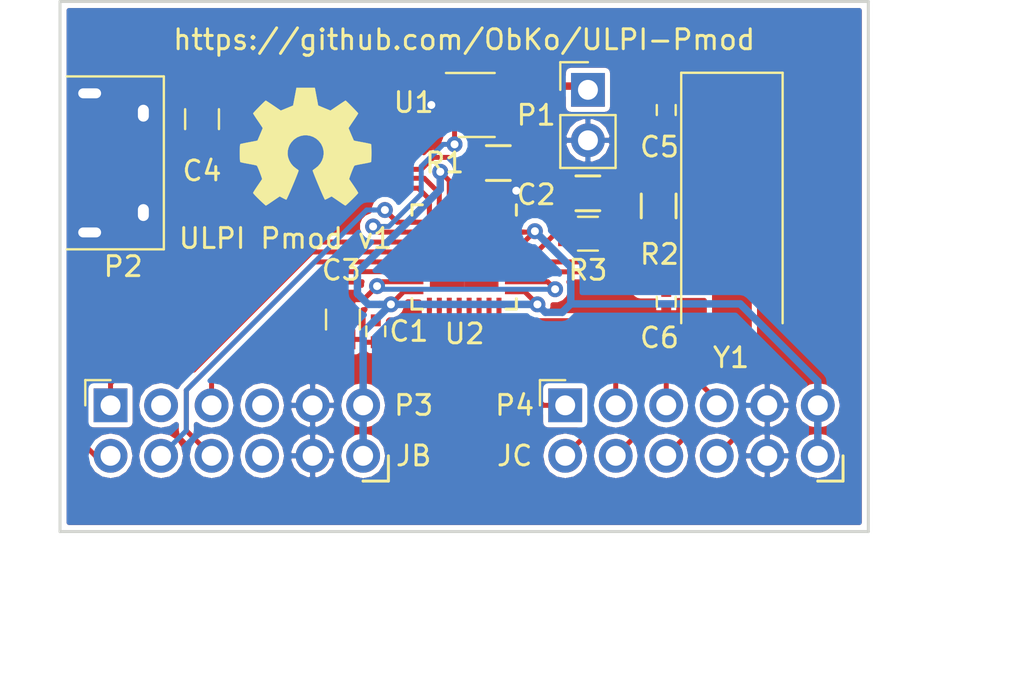
<source format=kicad_pcb>
(kicad_pcb (version 20160815) (host pcbnew "(2017-01-20 revision 550a1ea4d)-master")

  (general
    (links 65)
    (no_connects 0)
    (area 70.5325 55.804999 126.110001 92.915001)
    (thickness 1.6)
    (drawings 10)
    (tracks 246)
    (zones 0)
    (modules 17)
    (nets 32)
  )

  (page A4)
  (layers
    (0 F.Cu signal)
    (31 B.Cu signal)
    (32 B.Adhes user)
    (33 F.Adhes user)
    (34 B.Paste user)
    (35 F.Paste user)
    (36 B.SilkS user)
    (37 F.SilkS user)
    (38 B.Mask user)
    (39 F.Mask user)
    (40 Dwgs.User user)
    (41 Cmts.User user)
    (42 Eco1.User user)
    (43 Eco2.User user)
    (44 Edge.Cuts user)
    (45 Margin user)
    (46 B.CrtYd user)
    (47 F.CrtYd user)
    (48 B.Fab user)
    (49 F.Fab user)
  )

  (setup
    (last_trace_width 0.25)
    (user_trace_width 0.25)
    (user_trace_width 0.254)
    (user_trace_width 0.375)
    (user_trace_width 0.5)
    (user_trace_width 0.508)
    (trace_clearance 0.2)
    (zone_clearance 0.254)
    (zone_45_only no)
    (trace_min 0.2)
    (segment_width 0.2)
    (edge_width 0.15)
    (via_size 0.8)
    (via_drill 0.4)
    (via_min_size 0.4)
    (via_min_drill 0.3)
    (uvia_size 0.3)
    (uvia_drill 0.1)
    (uvias_allowed no)
    (uvia_min_size 0.2)
    (uvia_min_drill 0.1)
    (pcb_text_width 0.3)
    (pcb_text_size 1.5 1.5)
    (mod_edge_width 0.15)
    (mod_text_size 1 1)
    (mod_text_width 0.15)
    (pad_size 1.55 1)
    (pad_drill 1.15)
    (pad_to_mask_clearance 0.2)
    (aux_axis_origin 0 0)
    (visible_elements FFFFFF7F)
    (pcbplotparams
      (layerselection 0x010e0_ffffffff)
      (usegerberextensions true)
      (excludeedgelayer true)
      (linewidth 0.100000)
      (plotframeref false)
      (viasonmask false)
      (mode 1)
      (useauxorigin false)
      (hpglpennumber 1)
      (hpglpenspeed 20)
      (hpglpendiameter 15)
      (psnegative false)
      (psa4output false)
      (plotreference true)
      (plotvalue true)
      (plotinvisibletext false)
      (padsonsilk false)
      (subtractmaskfromsilk false)
      (outputformat 1)
      (mirror false)
      (drillshape 0)
      (scaleselection 1)
      (outputdirectory Gerbers/))
  )

  (net 0 "")
  (net 1 GND)
  (net 2 +3V3)
  (net 3 "Net-(C2-Pad1)")
  (net 4 "Net-(C3-Pad1)")
  (net 5 "Net-(C4-Pad1)")
  (net 6 "Net-(C5-Pad1)")
  (net 7 "Net-(C6-Pad1)")
  (net 8 +5V)
  (net 9 "Net-(P2-Pad4)")
  (net 10 "Net-(P3-Pad8)")
  (net 11 "Net-(P3-Pad7)")
  (net 12 /ULPI_DIR)
  (net 13 /ULPI_CLK)
  (net 14 /ULPI_RESET)
  (net 15 "Net-(P3-Pad3)")
  (net 16 /ULPI_NXT)
  (net 17 /ULPI_STP)
  (net 18 /ULPI_DATA0)
  (net 19 /ULPI_DATA1)
  (net 20 /ULPI_DATA2)
  (net 21 /ULPI_DATA3)
  (net 22 /ULPI_DATA4)
  (net 23 /ULPI_DATA5)
  (net 24 /ULPI_DATA6)
  (net 25 /ULPI_DATA7)
  (net 26 "Net-(R1-Pad1)")
  (net 27 "Net-(R3-Pad1)")
  (net 28 /CPEN)
  (net 29 /EXTVBUS)
  (net 30 /D+)
  (net 31 /D-)

  (net_class Default "This is the default net class."
    (clearance 0.2)
    (trace_width 0.25)
    (via_dia 0.8)
    (via_drill 0.4)
    (uvia_dia 0.3)
    (uvia_drill 0.1)
    (add_net +3V3)
    (add_net +5V)
    (add_net /CPEN)
    (add_net /D+)
    (add_net /D-)
    (add_net /EXTVBUS)
    (add_net /ULPI_CLK)
    (add_net /ULPI_DATA0)
    (add_net /ULPI_DATA1)
    (add_net /ULPI_DATA2)
    (add_net /ULPI_DATA3)
    (add_net /ULPI_DATA4)
    (add_net /ULPI_DATA5)
    (add_net /ULPI_DATA6)
    (add_net /ULPI_DATA7)
    (add_net /ULPI_DIR)
    (add_net /ULPI_NXT)
    (add_net /ULPI_RESET)
    (add_net /ULPI_STP)
    (add_net GND)
    (add_net "Net-(C2-Pad1)")
    (add_net "Net-(C3-Pad1)")
    (add_net "Net-(C4-Pad1)")
    (add_net "Net-(C5-Pad1)")
    (add_net "Net-(C6-Pad1)")
    (add_net "Net-(P2-Pad4)")
    (add_net "Net-(P3-Pad3)")
    (add_net "Net-(P3-Pad7)")
    (add_net "Net-(P3-Pad8)")
    (add_net "Net-(R1-Pad1)")
    (add_net "Net-(R3-Pad1)")
  )

  (module ULPI-Pmod:USB_Micro-B (layer F.Cu) (tedit 588A086C) (tstamp 5885D033)
    (at 76.5 64 270)
    (descr "Micro USB Type B Receptacle")
    (tags "USB USB_B USB_micro USB_OTG")
    (path /5885A22A)
    (attr smd)
    (fp_text reference P2 (at 5.215 -0.335 360) (layer F.SilkS)
      (effects (font (size 1 1) (thickness 0.15)))
    )
    (fp_text value USB_OTG (at 0 5.01 270) (layer F.Fab)
      (effects (font (size 1 1) (thickness 0.15)))
    )
    (fp_line (start -4.35 2.5) (end -4.35 -2.38) (layer F.SilkS) (width 0.12))
    (fp_line (start 4.35 -2.38) (end 4.35 2.5) (layer F.SilkS) (width 0.12))
    (fp_line (start -4.35 -2.38) (end 4.35 -2.38) (layer F.SilkS) (width 0.12))
    (fp_line (start -4.6 4.26) (end -4.6 -2.59) (layer F.CrtYd) (width 0.05))
    (fp_line (start 4.6 4.26) (end -4.6 4.26) (layer F.CrtYd) (width 0.05))
    (fp_line (start 4.6 -2.59) (end 4.6 4.26) (layer F.CrtYd) (width 0.05))
    (fp_line (start -4.6 -2.59) (end 4.6 -2.59) (layer F.CrtYd) (width 0.05))
    (pad 6 thru_hole oval (at 3.5 1.35) (size 1.55 1) (drill oval 1.15 0.5) (layers *.Cu *.Mask)
      (net 1 GND) (zone_connect 2))
    (pad 6 thru_hole oval (at -3.5 1.35) (size 1.55 1) (drill oval 1.15 0.5) (layers *.Cu *.Mask)
      (net 1 GND) (zone_connect 2))
    (pad 6 thru_hole oval (at 2.5 -1.35) (size 0.95 1.25) (drill oval 0.55 0.85) (layers *.Cu *.Mask)
      (net 1 GND) (zone_connect 2))
    (pad 6 thru_hole oval (at -2.5 -1.35) (size 0.95 1.25) (drill oval 0.55 0.85) (layers *.Cu *.Mask)
      (net 1 GND) (zone_connect 2))
    (pad 5 smd rect (at 1.3 -1.35) (size 1.35 0.4) (layers F.Cu F.Paste F.Mask)
      (net 1 GND))
    (pad 4 smd rect (at 0.65 -1.35) (size 1.35 0.4) (layers F.Cu F.Paste F.Mask)
      (net 9 "Net-(P2-Pad4)"))
    (pad 3 smd rect (at 0 -1.35) (size 1.35 0.4) (layers F.Cu F.Paste F.Mask)
      (net 30 /D+))
    (pad 2 smd rect (at -0.65 -1.35) (size 1.35 0.4) (layers F.Cu F.Paste F.Mask)
      (net 31 /D-))
    (pad 1 smd rect (at -1.3 -1.35) (size 1.35 0.4) (layers F.Cu F.Paste F.Mask)
      (net 5 "Net-(C4-Pad1)"))
  )

  (module Symbols:OSHW-Symbol_6.7x6mm_SilkScreen (layer F.Cu) (tedit 0) (tstamp 58887B00)
    (at 86 63.2)
    (descr "Open Source Hardware Symbol")
    (tags "Logo Symbol OSHW")
    (attr virtual)
    (fp_text reference REF*** (at 0 0) (layer F.SilkS) hide
      (effects (font (size 1 1) (thickness 0.15)))
    )
    (fp_text value OSHW-Symbol_6.7x6mm_SilkScreen (at 0.75 0) (layer F.Fab) hide
      (effects (font (size 1 1) (thickness 0.15)))
    )
    (fp_poly (pts (xy 0.555814 -2.531069) (xy 0.639635 -2.086445) (xy 0.94892 -1.958947) (xy 1.258206 -1.831449)
      (xy 1.629246 -2.083754) (xy 1.733157 -2.154004) (xy 1.827087 -2.216728) (xy 1.906652 -2.269062)
      (xy 1.96747 -2.308143) (xy 2.005157 -2.331107) (xy 2.015421 -2.336058) (xy 2.03391 -2.323324)
      (xy 2.07342 -2.288118) (xy 2.129522 -2.234938) (xy 2.197787 -2.168282) (xy 2.273786 -2.092646)
      (xy 2.353092 -2.012528) (xy 2.431275 -1.932426) (xy 2.503907 -1.856836) (xy 2.566559 -1.790255)
      (xy 2.614803 -1.737182) (xy 2.64421 -1.702113) (xy 2.651241 -1.690377) (xy 2.641123 -1.66874)
      (xy 2.612759 -1.621338) (xy 2.569129 -1.552807) (xy 2.513218 -1.467785) (xy 2.448006 -1.370907)
      (xy 2.410219 -1.31565) (xy 2.341343 -1.214752) (xy 2.28014 -1.123701) (xy 2.229578 -1.04703)
      (xy 2.192628 -0.989272) (xy 2.172258 -0.954957) (xy 2.169197 -0.947746) (xy 2.176136 -0.927252)
      (xy 2.195051 -0.879487) (xy 2.223087 -0.811168) (xy 2.257391 -0.729011) (xy 2.295109 -0.63973)
      (xy 2.333387 -0.550042) (xy 2.36937 -0.466662) (xy 2.400206 -0.396306) (xy 2.423039 -0.34569)
      (xy 2.435017 -0.321529) (xy 2.435724 -0.320578) (xy 2.454531 -0.315964) (xy 2.504618 -0.305672)
      (xy 2.580793 -0.290713) (xy 2.677865 -0.272099) (xy 2.790643 -0.250841) (xy 2.856442 -0.238582)
      (xy 2.97695 -0.215638) (xy 3.085797 -0.193805) (xy 3.177476 -0.174278) (xy 3.246481 -0.158252)
      (xy 3.287304 -0.146921) (xy 3.295511 -0.143326) (xy 3.303548 -0.118994) (xy 3.310033 -0.064041)
      (xy 3.31497 0.015108) (xy 3.318364 0.112026) (xy 3.320218 0.220287) (xy 3.320538 0.333465)
      (xy 3.319327 0.445135) (xy 3.31659 0.548868) (xy 3.312331 0.638241) (xy 3.306555 0.706826)
      (xy 3.299267 0.748197) (xy 3.294895 0.75681) (xy 3.268764 0.767133) (xy 3.213393 0.781892)
      (xy 3.136107 0.799352) (xy 3.04423 0.81778) (xy 3.012158 0.823741) (xy 2.857524 0.852066)
      (xy 2.735375 0.874876) (xy 2.641673 0.89308) (xy 2.572384 0.907583) (xy 2.523471 0.919292)
      (xy 2.490897 0.929115) (xy 2.470628 0.937956) (xy 2.458626 0.946724) (xy 2.456947 0.948457)
      (xy 2.440184 0.976371) (xy 2.414614 1.030695) (xy 2.382788 1.104777) (xy 2.34726 1.191965)
      (xy 2.310583 1.285608) (xy 2.275311 1.379052) (xy 2.243996 1.465647) (xy 2.219193 1.53874)
      (xy 2.203454 1.591678) (xy 2.199332 1.617811) (xy 2.199676 1.618726) (xy 2.213641 1.640086)
      (xy 2.245322 1.687084) (xy 2.291391 1.754827) (xy 2.348518 1.838423) (xy 2.413373 1.932982)
      (xy 2.431843 1.959854) (xy 2.497699 2.057275) (xy 2.55565 2.146163) (xy 2.602538 2.221412)
      (xy 2.635207 2.27792) (xy 2.6505 2.310581) (xy 2.651241 2.314593) (xy 2.638392 2.335684)
      (xy 2.602888 2.377464) (xy 2.549293 2.435445) (xy 2.482171 2.505135) (xy 2.406087 2.582045)
      (xy 2.325604 2.661683) (xy 2.245287 2.739561) (xy 2.169699 2.811186) (xy 2.103405 2.87207)
      (xy 2.050969 2.917721) (xy 2.016955 2.94365) (xy 2.007545 2.947883) (xy 1.985643 2.937912)
      (xy 1.9408 2.91102) (xy 1.880321 2.871736) (xy 1.833789 2.840117) (xy 1.749475 2.782098)
      (xy 1.649626 2.713784) (xy 1.549473 2.645579) (xy 1.495627 2.609075) (xy 1.313371 2.4858)
      (xy 1.160381 2.56852) (xy 1.090682 2.604759) (xy 1.031414 2.632926) (xy 0.991311 2.648991)
      (xy 0.981103 2.651226) (xy 0.968829 2.634722) (xy 0.944613 2.588082) (xy 0.910263 2.515609)
      (xy 0.867588 2.421606) (xy 0.818394 2.310374) (xy 0.76449 2.186215) (xy 0.707684 2.053432)
      (xy 0.649782 1.916327) (xy 0.592593 1.779202) (xy 0.537924 1.646358) (xy 0.487584 1.522098)
      (xy 0.44338 1.410725) (xy 0.407119 1.316539) (xy 0.380609 1.243844) (xy 0.365658 1.196941)
      (xy 0.363254 1.180833) (xy 0.382311 1.160286) (xy 0.424036 1.126933) (xy 0.479706 1.087702)
      (xy 0.484378 1.084599) (xy 0.628264 0.969423) (xy 0.744283 0.835053) (xy 0.83143 0.685784)
      (xy 0.888699 0.525913) (xy 0.915086 0.359737) (xy 0.909585 0.191552) (xy 0.87119 0.025655)
      (xy 0.798895 -0.133658) (xy 0.777626 -0.168513) (xy 0.666996 -0.309263) (xy 0.536302 -0.422286)
      (xy 0.390064 -0.506997) (xy 0.232808 -0.562806) (xy 0.069057 -0.589126) (xy -0.096667 -0.58537)
      (xy -0.259838 -0.55095) (xy -0.415935 -0.485277) (xy -0.560433 -0.387765) (xy -0.605131 -0.348187)
      (xy -0.718888 -0.224297) (xy -0.801782 -0.093876) (xy -0.858644 0.052315) (xy -0.890313 0.197088)
      (xy -0.898131 0.35986) (xy -0.872062 0.52344) (xy -0.814755 0.682298) (xy -0.728856 0.830906)
      (xy -0.617014 0.963735) (xy -0.481877 1.075256) (xy -0.464117 1.087011) (xy -0.40785 1.125508)
      (xy -0.365077 1.158863) (xy -0.344628 1.18016) (xy -0.344331 1.180833) (xy -0.348721 1.203871)
      (xy -0.366124 1.256157) (xy -0.394732 1.33339) (xy -0.432735 1.431268) (xy -0.478326 1.545491)
      (xy -0.529697 1.671758) (xy -0.585038 1.805767) (xy -0.642542 1.943218) (xy -0.700399 2.079808)
      (xy -0.756802 2.211237) (xy -0.809942 2.333205) (xy -0.85801 2.441409) (xy -0.899199 2.531549)
      (xy -0.931699 2.599323) (xy -0.953703 2.64043) (xy -0.962564 2.651226) (xy -0.98964 2.642819)
      (xy -1.040303 2.620272) (xy -1.105817 2.587613) (xy -1.141841 2.56852) (xy -1.294832 2.4858)
      (xy -1.477088 2.609075) (xy -1.570125 2.672228) (xy -1.671985 2.741727) (xy -1.767438 2.807165)
      (xy -1.81525 2.840117) (xy -1.882495 2.885273) (xy -1.939436 2.921057) (xy -1.978646 2.942938)
      (xy -1.991381 2.947563) (xy -2.009917 2.935085) (xy -2.050941 2.900252) (xy -2.110475 2.846678)
      (xy -2.184542 2.777983) (xy -2.269165 2.697781) (xy -2.322685 2.646286) (xy -2.416319 2.554286)
      (xy -2.497241 2.471999) (xy -2.562177 2.402945) (xy -2.607858 2.350644) (xy -2.631011 2.318616)
      (xy -2.633232 2.312116) (xy -2.622924 2.287394) (xy -2.594439 2.237405) (xy -2.550937 2.167212)
      (xy -2.495577 2.081875) (xy -2.43152 1.986456) (xy -2.413303 1.959854) (xy -2.346927 1.863167)
      (xy -2.287378 1.776117) (xy -2.237984 1.703595) (xy -2.202075 1.650493) (xy -2.182981 1.621703)
      (xy -2.181136 1.618726) (xy -2.183895 1.595782) (xy -2.198538 1.545336) (xy -2.222513 1.474041)
      (xy -2.253266 1.388547) (xy -2.288244 1.295507) (xy -2.324893 1.201574) (xy -2.360661 1.113399)
      (xy -2.392994 1.037634) (xy -2.419338 0.980931) (xy -2.437142 0.949943) (xy -2.438407 0.948457)
      (xy -2.449294 0.939601) (xy -2.467682 0.930843) (xy -2.497606 0.921277) (xy -2.543103 0.909996)
      (xy -2.608209 0.896093) (xy -2.696961 0.878663) (xy -2.813393 0.856798) (xy -2.961542 0.829591)
      (xy -2.993618 0.823741) (xy -3.088686 0.805374) (xy -3.171565 0.787405) (xy -3.23493 0.771569)
      (xy -3.271458 0.7596) (xy -3.276356 0.75681) (xy -3.284427 0.732072) (xy -3.290987 0.67679)
      (xy -3.296033 0.597389) (xy -3.299559 0.500296) (xy -3.301561 0.391938) (xy -3.302036 0.27874)
      (xy -3.300977 0.167128) (xy -3.298382 0.063529) (xy -3.294246 -0.025632) (xy -3.288563 -0.093928)
      (xy -3.281331 -0.134934) (xy -3.276971 -0.143326) (xy -3.252698 -0.151792) (xy -3.197426 -0.165565)
      (xy -3.116662 -0.18345) (xy -3.015912 -0.204252) (xy -2.900683 -0.226777) (xy -2.837902 -0.238582)
      (xy -2.718787 -0.260849) (xy -2.612565 -0.281021) (xy -2.524427 -0.298085) (xy -2.459566 -0.311031)
      (xy -2.423174 -0.318845) (xy -2.417184 -0.320578) (xy -2.407061 -0.34011) (xy -2.385662 -0.387157)
      (xy -2.355839 -0.454997) (xy -2.320445 -0.536909) (xy -2.282332 -0.626172) (xy -2.244353 -0.716065)
      (xy -2.20936 -0.799865) (xy -2.180206 -0.870853) (xy -2.159743 -0.922306) (xy -2.150823 -0.947503)
      (xy -2.150657 -0.948604) (xy -2.160769 -0.968481) (xy -2.189117 -1.014223) (xy -2.232723 -1.081283)
      (xy -2.288606 -1.165116) (xy -2.353787 -1.261174) (xy -2.391679 -1.31635) (xy -2.460725 -1.417519)
      (xy -2.52205 -1.50937) (xy -2.572663 -1.587256) (xy -2.609571 -1.646531) (xy -2.629782 -1.682549)
      (xy -2.632701 -1.690623) (xy -2.620153 -1.709416) (xy -2.585463 -1.749543) (xy -2.533063 -1.806507)
      (xy -2.467384 -1.875815) (xy -2.392856 -1.952969) (xy -2.313913 -2.033475) (xy -2.234983 -2.112837)
      (xy -2.1605 -2.18656) (xy -2.094894 -2.250148) (xy -2.042596 -2.299106) (xy -2.008039 -2.328939)
      (xy -1.996478 -2.336058) (xy -1.977654 -2.326047) (xy -1.932631 -2.297922) (xy -1.865787 -2.254546)
      (xy -1.781499 -2.198782) (xy -1.684144 -2.133494) (xy -1.610707 -2.083754) (xy -1.239667 -1.831449)
      (xy -0.621095 -2.086445) (xy -0.537275 -2.531069) (xy -0.453454 -2.975693) (xy 0.471994 -2.975693)
      (xy 0.555814 -2.531069)) (layer F.SilkS) (width 0.01))
  )

  (module Crystals:Crystal_SMD_HC49-SD (layer F.Cu) (tedit 5873B462) (tstamp 5885D09C)
    (at 107.442 66.167 270)
    (descr "SMD Crystal HC-49-SD http://cdn-reichelt.de/documents/datenblatt/B400/xxx-HC49-SMD.pdf, 11.4x4.7mm^2 package")
    (tags "SMD SMT crystal")
    (path /5885BD77)
    (attr smd)
    (fp_text reference Y1 (at 7.633 0.042) (layer F.SilkS)
      (effects (font (size 1 1) (thickness 0.15)))
    )
    (fp_text value Crystal (at 0 3.55 270) (layer F.Fab)
      (effects (font (size 1 1) (thickness 0.15)))
    )
    (fp_line (start 6.8 -2.6) (end -6.8 -2.6) (layer F.CrtYd) (width 0.05))
    (fp_line (start 6.8 2.6) (end 6.8 -2.6) (layer F.CrtYd) (width 0.05))
    (fp_line (start -6.8 2.6) (end 6.8 2.6) (layer F.CrtYd) (width 0.05))
    (fp_line (start -6.8 -2.6) (end -6.8 2.6) (layer F.CrtYd) (width 0.05))
    (fp_line (start -6.7 2.55) (end 5.9 2.55) (layer F.SilkS) (width 0.12))
    (fp_line (start -6.7 -2.55) (end -6.7 2.55) (layer F.SilkS) (width 0.12))
    (fp_line (start 5.9 -2.55) (end -6.7 -2.55) (layer F.SilkS) (width 0.12))
    (fp_line (start -3.015 2.115) (end 3.015 2.115) (layer F.Fab) (width 0.1))
    (fp_line (start -3.015 -2.115) (end 3.015 -2.115) (layer F.Fab) (width 0.1))
    (fp_line (start 5.7 -2.35) (end -5.7 -2.35) (layer F.Fab) (width 0.1))
    (fp_line (start 5.7 2.35) (end 5.7 -2.35) (layer F.Fab) (width 0.1))
    (fp_line (start -5.7 2.35) (end 5.7 2.35) (layer F.Fab) (width 0.1))
    (fp_line (start -5.7 -2.35) (end -5.7 2.35) (layer F.Fab) (width 0.1))
    (fp_arc (start 3.015 0) (end 3.015 -2.115) (angle 180) (layer F.Fab) (width 0.1))
    (fp_arc (start -3.015 0) (end -3.015 -2.115) (angle -180) (layer F.Fab) (width 0.1))
    (pad 2 smd rect (at 4.25 0 270) (size 4.5 2) (layers F.Cu F.Mask)
      (net 7 "Net-(C6-Pad1)"))
    (pad 1 smd rect (at -4.25 0 270) (size 4.5 2) (layers F.Cu F.Mask)
      (net 6 "Net-(C5-Pad1)"))
    (model Crystals.3dshapes/Crystal_SMD_HC49-SD.wrl
      (at (xyz 0 0 0))
      (scale (xyz 1 1 1))
      (rotate (xyz 0 0 0))
    )
  )

  (module Capacitors_SMD:C_0402 (layer F.Cu) (tedit 5415D599) (tstamp 5885D002)
    (at 89.535 72.475 270)
    (descr "Capacitor SMD 0402, reflow soldering, AVX (see smccp.pdf)")
    (tags "capacitor 0402")
    (path /5885DC31)
    (attr smd)
    (fp_text reference C1 (at 0 -1.665) (layer F.SilkS)
      (effects (font (size 1 1) (thickness 0.15)))
    )
    (fp_text value 100nF (at 0 1.7 270) (layer F.Fab)
      (effects (font (size 1 1) (thickness 0.15)))
    )
    (fp_line (start -0.25 0.475) (end 0.25 0.475) (layer F.SilkS) (width 0.12))
    (fp_line (start 0.25 -0.475) (end -0.25 -0.475) (layer F.SilkS) (width 0.12))
    (fp_line (start 1.15 -0.6) (end 1.15 0.6) (layer F.CrtYd) (width 0.05))
    (fp_line (start -1.15 -0.6) (end -1.15 0.6) (layer F.CrtYd) (width 0.05))
    (fp_line (start -1.15 0.6) (end 1.15 0.6) (layer F.CrtYd) (width 0.05))
    (fp_line (start -1.15 -0.6) (end 1.15 -0.6) (layer F.CrtYd) (width 0.05))
    (fp_line (start -0.5 -0.25) (end 0.5 -0.25) (layer F.Fab) (width 0.1))
    (fp_line (start 0.5 -0.25) (end 0.5 0.25) (layer F.Fab) (width 0.1))
    (fp_line (start 0.5 0.25) (end -0.5 0.25) (layer F.Fab) (width 0.1))
    (fp_line (start -0.5 0.25) (end -0.5 -0.25) (layer F.Fab) (width 0.1))
    (pad 2 smd rect (at 0.55 0 270) (size 0.6 0.5) (layers F.Cu F.Paste F.Mask)
      (net 1 GND))
    (pad 1 smd rect (at -0.55 0 270) (size 0.6 0.5) (layers F.Cu F.Paste F.Mask)
      (net 2 +3V3))
    (model Capacitors_SMD.3dshapes/C_0402.wrl
      (at (xyz 0 0 0))
      (scale (xyz 1 1 1))
      (rotate (xyz 0 0 0))
    )
  )

  (module Capacitors_SMD:C_0805 (layer F.Cu) (tedit 5415D6EA) (tstamp 5885D008)
    (at 100.203 67.564)
    (descr "Capacitor SMD 0805, reflow soldering, AVX (see smccp.pdf)")
    (tags "capacitor 0805")
    (path /5885D595)
    (attr smd)
    (fp_text reference C2 (at -2.603 -1.964) (layer F.SilkS)
      (effects (font (size 1 1) (thickness 0.15)))
    )
    (fp_text value 4.7μF (at 0 2.1) (layer F.Fab)
      (effects (font (size 1 1) (thickness 0.15)))
    )
    (fp_line (start -1 0.625) (end -1 -0.625) (layer F.Fab) (width 0.1))
    (fp_line (start 1 0.625) (end -1 0.625) (layer F.Fab) (width 0.1))
    (fp_line (start 1 -0.625) (end 1 0.625) (layer F.Fab) (width 0.1))
    (fp_line (start -1 -0.625) (end 1 -0.625) (layer F.Fab) (width 0.1))
    (fp_line (start -1.8 -1) (end 1.8 -1) (layer F.CrtYd) (width 0.05))
    (fp_line (start -1.8 1) (end 1.8 1) (layer F.CrtYd) (width 0.05))
    (fp_line (start -1.8 -1) (end -1.8 1) (layer F.CrtYd) (width 0.05))
    (fp_line (start 1.8 -1) (end 1.8 1) (layer F.CrtYd) (width 0.05))
    (fp_line (start 0.5 -0.85) (end -0.5 -0.85) (layer F.SilkS) (width 0.12))
    (fp_line (start -0.5 0.85) (end 0.5 0.85) (layer F.SilkS) (width 0.12))
    (pad 1 smd rect (at -1 0) (size 1 1.25) (layers F.Cu F.Paste F.Mask)
      (net 3 "Net-(C2-Pad1)"))
    (pad 2 smd rect (at 1 0) (size 1 1.25) (layers F.Cu F.Paste F.Mask)
      (net 1 GND))
    (model Capacitors_SMD.3dshapes/C_0805.wrl
      (at (xyz 0 0 0))
      (scale (xyz 1 1 1))
      (rotate (xyz 0 0 0))
    )
  )

  (module Capacitors_SMD:C_0805 (layer F.Cu) (tedit 5415D6EA) (tstamp 5885D00E)
    (at 87.884 71.882 270)
    (descr "Capacitor SMD 0805, reflow soldering, AVX (see smccp.pdf)")
    (tags "capacitor 0805")
    (path /5885D60F)
    (attr smd)
    (fp_text reference C3 (at -2.482 0.084) (layer F.SilkS)
      (effects (font (size 1 1) (thickness 0.15)))
    )
    (fp_text value 4.7μF (at 0 2.1 270) (layer F.Fab)
      (effects (font (size 1 1) (thickness 0.15)))
    )
    (fp_line (start -0.5 0.85) (end 0.5 0.85) (layer F.SilkS) (width 0.12))
    (fp_line (start 0.5 -0.85) (end -0.5 -0.85) (layer F.SilkS) (width 0.12))
    (fp_line (start 1.8 -1) (end 1.8 1) (layer F.CrtYd) (width 0.05))
    (fp_line (start -1.8 -1) (end -1.8 1) (layer F.CrtYd) (width 0.05))
    (fp_line (start -1.8 1) (end 1.8 1) (layer F.CrtYd) (width 0.05))
    (fp_line (start -1.8 -1) (end 1.8 -1) (layer F.CrtYd) (width 0.05))
    (fp_line (start -1 -0.625) (end 1 -0.625) (layer F.Fab) (width 0.1))
    (fp_line (start 1 -0.625) (end 1 0.625) (layer F.Fab) (width 0.1))
    (fp_line (start 1 0.625) (end -1 0.625) (layer F.Fab) (width 0.1))
    (fp_line (start -1 0.625) (end -1 -0.625) (layer F.Fab) (width 0.1))
    (pad 2 smd rect (at 1 0 270) (size 1 1.25) (layers F.Cu F.Paste F.Mask)
      (net 1 GND))
    (pad 1 smd rect (at -1 0 270) (size 1 1.25) (layers F.Cu F.Paste F.Mask)
      (net 4 "Net-(C3-Pad1)"))
    (model Capacitors_SMD.3dshapes/C_0805.wrl
      (at (xyz 0 0 0))
      (scale (xyz 1 1 1))
      (rotate (xyz 0 0 0))
    )
  )

  (module Capacitors_SMD:C_0805 (layer F.Cu) (tedit 5415D6EA) (tstamp 5885D014)
    (at 80.8 61.8 90)
    (descr "Capacitor SMD 0805, reflow soldering, AVX (see smccp.pdf)")
    (tags "capacitor 0805")
    (path /5885B90B)
    (attr smd)
    (fp_text reference C4 (at -2.6 0 180) (layer F.SilkS)
      (effects (font (size 1 1) (thickness 0.15)))
    )
    (fp_text value 4.7μF (at 0 2.1 90) (layer F.Fab)
      (effects (font (size 1 1) (thickness 0.15)))
    )
    (fp_line (start -0.5 0.85) (end 0.5 0.85) (layer F.SilkS) (width 0.12))
    (fp_line (start 0.5 -0.85) (end -0.5 -0.85) (layer F.SilkS) (width 0.12))
    (fp_line (start 1.8 -1) (end 1.8 1) (layer F.CrtYd) (width 0.05))
    (fp_line (start -1.8 -1) (end -1.8 1) (layer F.CrtYd) (width 0.05))
    (fp_line (start -1.8 1) (end 1.8 1) (layer F.CrtYd) (width 0.05))
    (fp_line (start -1.8 -1) (end 1.8 -1) (layer F.CrtYd) (width 0.05))
    (fp_line (start -1 -0.625) (end 1 -0.625) (layer F.Fab) (width 0.1))
    (fp_line (start 1 -0.625) (end 1 0.625) (layer F.Fab) (width 0.1))
    (fp_line (start 1 0.625) (end -1 0.625) (layer F.Fab) (width 0.1))
    (fp_line (start -1 0.625) (end -1 -0.625) (layer F.Fab) (width 0.1))
    (pad 2 smd rect (at 1 0 90) (size 1 1.25) (layers F.Cu F.Paste F.Mask)
      (net 1 GND))
    (pad 1 smd rect (at -1 0 90) (size 1 1.25) (layers F.Cu F.Paste F.Mask)
      (net 5 "Net-(C4-Pad1)"))
    (model Capacitors_SMD.3dshapes/C_0805.wrl
      (at (xyz 0 0 0))
      (scale (xyz 1 1 1))
      (rotate (xyz 0 0 0))
    )
  )

  (module Capacitors_SMD:C_0402 (layer F.Cu) (tedit 5415D599) (tstamp 5885D01A)
    (at 104.14 61.341 90)
    (descr "Capacitor SMD 0402, reflow soldering, AVX (see smccp.pdf)")
    (tags "capacitor 0402")
    (path /5885C7F4)
    (attr smd)
    (fp_text reference C5 (at -1.859 -0.34 180) (layer F.SilkS)
      (effects (font (size 1 1) (thickness 0.15)))
    )
    (fp_text value 22pF (at 0 1.7 90) (layer F.Fab)
      (effects (font (size 1 1) (thickness 0.15)))
    )
    (fp_line (start -0.25 0.475) (end 0.25 0.475) (layer F.SilkS) (width 0.12))
    (fp_line (start 0.25 -0.475) (end -0.25 -0.475) (layer F.SilkS) (width 0.12))
    (fp_line (start 1.15 -0.6) (end 1.15 0.6) (layer F.CrtYd) (width 0.05))
    (fp_line (start -1.15 -0.6) (end -1.15 0.6) (layer F.CrtYd) (width 0.05))
    (fp_line (start -1.15 0.6) (end 1.15 0.6) (layer F.CrtYd) (width 0.05))
    (fp_line (start -1.15 -0.6) (end 1.15 -0.6) (layer F.CrtYd) (width 0.05))
    (fp_line (start -0.5 -0.25) (end 0.5 -0.25) (layer F.Fab) (width 0.1))
    (fp_line (start 0.5 -0.25) (end 0.5 0.25) (layer F.Fab) (width 0.1))
    (fp_line (start 0.5 0.25) (end -0.5 0.25) (layer F.Fab) (width 0.1))
    (fp_line (start -0.5 0.25) (end -0.5 -0.25) (layer F.Fab) (width 0.1))
    (pad 2 smd rect (at 0.55 0 90) (size 0.6 0.5) (layers F.Cu F.Paste F.Mask)
      (net 1 GND))
    (pad 1 smd rect (at -0.55 0 90) (size 0.6 0.5) (layers F.Cu F.Paste F.Mask)
      (net 6 "Net-(C5-Pad1)"))
    (model Capacitors_SMD.3dshapes/C_0402.wrl
      (at (xyz 0 0 0))
      (scale (xyz 1 1 1))
      (rotate (xyz 0 0 0))
    )
  )

  (module Capacitors_SMD:C_0402 (layer F.Cu) (tedit 5415D599) (tstamp 5885D020)
    (at 104.14 70.993 270)
    (descr "Capacitor SMD 0402, reflow soldering, AVX (see smccp.pdf)")
    (tags "capacitor 0402")
    (path /5885CB9D)
    (attr smd)
    (fp_text reference C6 (at 1.807 0.34) (layer F.SilkS)
      (effects (font (size 1 1) (thickness 0.15)))
    )
    (fp_text value 22pF (at 0 1.7 270) (layer F.Fab)
      (effects (font (size 1 1) (thickness 0.15)))
    )
    (fp_line (start -0.5 0.25) (end -0.5 -0.25) (layer F.Fab) (width 0.1))
    (fp_line (start 0.5 0.25) (end -0.5 0.25) (layer F.Fab) (width 0.1))
    (fp_line (start 0.5 -0.25) (end 0.5 0.25) (layer F.Fab) (width 0.1))
    (fp_line (start -0.5 -0.25) (end 0.5 -0.25) (layer F.Fab) (width 0.1))
    (fp_line (start -1.15 -0.6) (end 1.15 -0.6) (layer F.CrtYd) (width 0.05))
    (fp_line (start -1.15 0.6) (end 1.15 0.6) (layer F.CrtYd) (width 0.05))
    (fp_line (start -1.15 -0.6) (end -1.15 0.6) (layer F.CrtYd) (width 0.05))
    (fp_line (start 1.15 -0.6) (end 1.15 0.6) (layer F.CrtYd) (width 0.05))
    (fp_line (start 0.25 -0.475) (end -0.25 -0.475) (layer F.SilkS) (width 0.12))
    (fp_line (start -0.25 0.475) (end 0.25 0.475) (layer F.SilkS) (width 0.12))
    (pad 1 smd rect (at -0.55 0 270) (size 0.6 0.5) (layers F.Cu F.Paste F.Mask)
      (net 7 "Net-(C6-Pad1)"))
    (pad 2 smd rect (at 0.55 0 270) (size 0.6 0.5) (layers F.Cu F.Paste F.Mask)
      (net 1 GND))
    (model Capacitors_SMD.3dshapes/C_0402.wrl
      (at (xyz 0 0 0))
      (scale (xyz 1 1 1))
      (rotate (xyz 0 0 0))
    )
  )

  (module Pin_Headers:Pin_Header_Straight_1x02_Pitch2.54mm (layer F.Cu) (tedit 5862ED52) (tstamp 5885D026)
    (at 100.203 60.325)
    (descr "Through hole straight pin header, 1x02, 2.54mm pitch, single row")
    (tags "Through hole pin header THT 1x02 2.54mm single row")
    (path /5885B664)
    (fp_text reference P1 (at -2.603 1.275) (layer F.SilkS)
      (effects (font (size 1 1) (thickness 0.15)))
    )
    (fp_text value CONN_01X02 (at 0 4.93) (layer F.Fab)
      (effects (font (size 1 1) (thickness 0.15)))
    )
    (fp_line (start 1.6 -1.6) (end -1.6 -1.6) (layer F.CrtYd) (width 0.05))
    (fp_line (start 1.6 4.1) (end 1.6 -1.6) (layer F.CrtYd) (width 0.05))
    (fp_line (start -1.6 4.1) (end 1.6 4.1) (layer F.CrtYd) (width 0.05))
    (fp_line (start -1.6 -1.6) (end -1.6 4.1) (layer F.CrtYd) (width 0.05))
    (fp_line (start -1.39 -1.39) (end 0 -1.39) (layer F.SilkS) (width 0.12))
    (fp_line (start -1.39 0) (end -1.39 -1.39) (layer F.SilkS) (width 0.12))
    (fp_line (start 1.39 1.27) (end -1.39 1.27) (layer F.SilkS) (width 0.12))
    (fp_line (start 1.39 3.93) (end 1.39 1.27) (layer F.SilkS) (width 0.12))
    (fp_line (start -1.39 3.93) (end 1.39 3.93) (layer F.SilkS) (width 0.12))
    (fp_line (start -1.39 1.27) (end -1.39 3.93) (layer F.SilkS) (width 0.12))
    (fp_line (start 1.27 -1.27) (end -1.27 -1.27) (layer F.Fab) (width 0.1))
    (fp_line (start 1.27 3.81) (end 1.27 -1.27) (layer F.Fab) (width 0.1))
    (fp_line (start -1.27 3.81) (end 1.27 3.81) (layer F.Fab) (width 0.1))
    (fp_line (start -1.27 -1.27) (end -1.27 3.81) (layer F.Fab) (width 0.1))
    (pad 2 thru_hole oval (at 0 2.54) (size 1.7 1.7) (drill 1) (layers *.Cu *.Mask)
      (net 1 GND))
    (pad 1 thru_hole rect (at 0 0) (size 1.7 1.7) (drill 1) (layers *.Cu *.Mask)
      (net 8 +5V))
    (model Pin_Headers.3dshapes/Pin_Header_Straight_1x02_Pitch2.54mm.wrl
      (at (xyz 0 -0.05 0))
      (scale (xyz 1 1 1))
      (rotate (xyz 0 0 90))
    )
  )

  (module Resistors_SMD:R_0805 (layer F.Cu) (tedit 58307B54) (tstamp 5885D059)
    (at 95.697 64.008)
    (descr "Resistor SMD 0805, reflow soldering, Vishay (see dcrcw.pdf)")
    (tags "resistor 0805")
    (path /5885B249)
    (attr smd)
    (fp_text reference R1 (at -2.697 -0.008) (layer F.SilkS)
      (effects (font (size 1 1) (thickness 0.15)))
    )
    (fp_text value 820 (at 0 2.1) (layer F.Fab)
      (effects (font (size 1 1) (thickness 0.15)))
    )
    (fp_line (start -0.6 -0.875) (end 0.6 -0.875) (layer F.SilkS) (width 0.15))
    (fp_line (start 0.6 0.875) (end -0.6 0.875) (layer F.SilkS) (width 0.15))
    (fp_line (start 1.6 -1) (end 1.6 1) (layer F.CrtYd) (width 0.05))
    (fp_line (start -1.6 -1) (end -1.6 1) (layer F.CrtYd) (width 0.05))
    (fp_line (start -1.6 1) (end 1.6 1) (layer F.CrtYd) (width 0.05))
    (fp_line (start -1.6 -1) (end 1.6 -1) (layer F.CrtYd) (width 0.05))
    (fp_line (start -1 -0.625) (end 1 -0.625) (layer F.Fab) (width 0.1))
    (fp_line (start 1 -0.625) (end 1 0.625) (layer F.Fab) (width 0.1))
    (fp_line (start 1 0.625) (end -1 0.625) (layer F.Fab) (width 0.1))
    (fp_line (start -1 0.625) (end -1 -0.625) (layer F.Fab) (width 0.1))
    (pad 2 smd rect (at 0.95 0) (size 0.7 1.3) (layers F.Cu F.Paste F.Mask)
      (net 5 "Net-(C4-Pad1)"))
    (pad 1 smd rect (at -0.95 0) (size 0.7 1.3) (layers F.Cu F.Paste F.Mask)
      (net 26 "Net-(R1-Pad1)"))
    (model Resistors_SMD.3dshapes/R_0805.wrl
      (at (xyz 0 0 0))
      (scale (xyz 1 1 1))
      (rotate (xyz 0 0 0))
    )
  )

  (module Resistors_SMD:R_0805 (layer F.Cu) (tedit 58307B54) (tstamp 5885D05F)
    (at 103.759 66.167 90)
    (descr "Resistor SMD 0805, reflow soldering, Vishay (see dcrcw.pdf)")
    (tags "resistor 0805")
    (path /5885BF7D)
    (attr smd)
    (fp_text reference R2 (at -2.433 0.041 180) (layer F.SilkS)
      (effects (font (size 1 1) (thickness 0.15)))
    )
    (fp_text value 1M (at 0 2.1 90) (layer F.Fab)
      (effects (font (size 1 1) (thickness 0.15)))
    )
    (fp_line (start -1 0.625) (end -1 -0.625) (layer F.Fab) (width 0.1))
    (fp_line (start 1 0.625) (end -1 0.625) (layer F.Fab) (width 0.1))
    (fp_line (start 1 -0.625) (end 1 0.625) (layer F.Fab) (width 0.1))
    (fp_line (start -1 -0.625) (end 1 -0.625) (layer F.Fab) (width 0.1))
    (fp_line (start -1.6 -1) (end 1.6 -1) (layer F.CrtYd) (width 0.05))
    (fp_line (start -1.6 1) (end 1.6 1) (layer F.CrtYd) (width 0.05))
    (fp_line (start -1.6 -1) (end -1.6 1) (layer F.CrtYd) (width 0.05))
    (fp_line (start 1.6 -1) (end 1.6 1) (layer F.CrtYd) (width 0.05))
    (fp_line (start 0.6 0.875) (end -0.6 0.875) (layer F.SilkS) (width 0.15))
    (fp_line (start -0.6 -0.875) (end 0.6 -0.875) (layer F.SilkS) (width 0.15))
    (pad 1 smd rect (at -0.95 0 90) (size 0.7 1.3) (layers F.Cu F.Paste F.Mask)
      (net 7 "Net-(C6-Pad1)"))
    (pad 2 smd rect (at 0.95 0 90) (size 0.7 1.3) (layers F.Cu F.Paste F.Mask)
      (net 6 "Net-(C5-Pad1)"))
    (model Resistors_SMD.3dshapes/R_0805.wrl
      (at (xyz 0 0 0))
      (scale (xyz 1 1 1))
      (rotate (xyz 0 0 0))
    )
  )

  (module Resistors_SMD:R_0805 (layer F.Cu) (tedit 58307B54) (tstamp 5885D065)
    (at 100.2 65.532)
    (descr "Resistor SMD 0805, reflow soldering, Vishay (see dcrcw.pdf)")
    (tags "resistor 0805")
    (path /5885CE6D)
    (attr smd)
    (fp_text reference R3 (at 0 3.868) (layer F.SilkS)
      (effects (font (size 1 1) (thickness 0.15)))
    )
    (fp_text value 12k (at 0 2.1) (layer F.Fab)
      (effects (font (size 1 1) (thickness 0.15)))
    )
    (fp_line (start -0.6 -0.875) (end 0.6 -0.875) (layer F.SilkS) (width 0.15))
    (fp_line (start 0.6 0.875) (end -0.6 0.875) (layer F.SilkS) (width 0.15))
    (fp_line (start 1.6 -1) (end 1.6 1) (layer F.CrtYd) (width 0.05))
    (fp_line (start -1.6 -1) (end -1.6 1) (layer F.CrtYd) (width 0.05))
    (fp_line (start -1.6 1) (end 1.6 1) (layer F.CrtYd) (width 0.05))
    (fp_line (start -1.6 -1) (end 1.6 -1) (layer F.CrtYd) (width 0.05))
    (fp_line (start -1 -0.625) (end 1 -0.625) (layer F.Fab) (width 0.1))
    (fp_line (start 1 -0.625) (end 1 0.625) (layer F.Fab) (width 0.1))
    (fp_line (start 1 0.625) (end -1 0.625) (layer F.Fab) (width 0.1))
    (fp_line (start -1 0.625) (end -1 -0.625) (layer F.Fab) (width 0.1))
    (pad 2 smd rect (at 0.95 0) (size 0.7 1.3) (layers F.Cu F.Paste F.Mask)
      (net 1 GND))
    (pad 1 smd rect (at -0.95 0) (size 0.7 1.3) (layers F.Cu F.Paste F.Mask)
      (net 27 "Net-(R3-Pad1)"))
    (model Resistors_SMD.3dshapes/R_0805.wrl
      (at (xyz 0 0 0))
      (scale (xyz 1 1 1))
      (rotate (xyz 0 0 0))
    )
  )

  (module TO_SOT_Packages_SMD:SOT-23-5 (layer F.Cu) (tedit 583F3A3F) (tstamp 5885D06E)
    (at 94.615 61.087)
    (descr "5-pin SOT23 package")
    (tags SOT-23-5)
    (path /5885AD35)
    (attr smd)
    (fp_text reference U1 (at -3.175 -0.127) (layer F.SilkS)
      (effects (font (size 1 1) (thickness 0.15)))
    )
    (fp_text value STMPS2141 (at 0 2.9) (layer F.Fab)
      (effects (font (size 1 1) (thickness 0.15)))
    )
    (fp_line (start 0.9 -1.55) (end 0.9 1.55) (layer F.Fab) (width 0.15))
    (fp_line (start 0.9 1.55) (end -0.9 1.55) (layer F.Fab) (width 0.15))
    (fp_line (start -0.9 -1.55) (end -0.9 1.55) (layer F.Fab) (width 0.15))
    (fp_line (start 0.9 -1.55) (end -0.9 -1.55) (layer F.Fab) (width 0.15))
    (fp_line (start -1.9 1.8) (end -1.9 -1.8) (layer F.CrtYd) (width 0.05))
    (fp_line (start 1.9 1.8) (end -1.9 1.8) (layer F.CrtYd) (width 0.05))
    (fp_line (start 1.9 -1.8) (end 1.9 1.8) (layer F.CrtYd) (width 0.05))
    (fp_line (start -1.9 -1.8) (end 1.9 -1.8) (layer F.CrtYd) (width 0.05))
    (fp_line (start 0.9 -1.61) (end -1.55 -1.61) (layer F.SilkS) (width 0.12))
    (fp_line (start -0.9 1.61) (end 0.9 1.61) (layer F.SilkS) (width 0.12))
    (pad 5 smd rect (at 1.1 -0.95) (size 1.06 0.65) (layers F.Cu F.Paste F.Mask)
      (net 8 +5V))
    (pad 4 smd rect (at 1.1 0.95) (size 1.06 0.65) (layers F.Cu F.Paste F.Mask)
      (net 28 /CPEN))
    (pad 3 smd rect (at -1.1 0.95) (size 1.06 0.65) (layers F.Cu F.Paste F.Mask)
      (net 29 /EXTVBUS))
    (pad 2 smd rect (at -1.1 0) (size 1.06 0.65) (layers F.Cu F.Paste F.Mask)
      (net 1 GND))
    (pad 1 smd rect (at -1.1 -0.95) (size 1.06 0.65) (layers F.Cu F.Paste F.Mask)
      (net 5 "Net-(C4-Pad1)"))
    (model TO_SOT_Packages_SMD.3dshapes/SOT-23-5.wrl
      (at (xyz 0 0 0))
      (scale (xyz 1 1 1))
      (rotate (xyz 0 0 0))
    )
  )

  (module Housings_DFN_QFN:QFN-32-1EP_5x5mm_Pitch0.5mm (layer F.Cu) (tedit 54130A77) (tstamp 5885D096)
    (at 93.98 68.7335 270)
    (descr "UH Package; 32-Lead Plastic QFN (5mm x 5mm); (see Linear Technology QFN_32_05-08-1693.pdf)")
    (tags "QFN 0.5")
    (path /5885A2CF)
    (attr smd)
    (fp_text reference U2 (at 3.8665 -0.02) (layer F.SilkS)
      (effects (font (size 1 1) (thickness 0.15)))
    )
    (fp_text value USB3300 (at 0 3.75 270) (layer F.Fab)
      (effects (font (size 1 1) (thickness 0.15)))
    )
    (fp_line (start 2.625 -2.625) (end 2.1 -2.625) (layer F.SilkS) (width 0.15))
    (fp_line (start 2.625 2.625) (end 2.1 2.625) (layer F.SilkS) (width 0.15))
    (fp_line (start -2.625 2.625) (end -2.1 2.625) (layer F.SilkS) (width 0.15))
    (fp_line (start -2.625 -2.625) (end -2.1 -2.625) (layer F.SilkS) (width 0.15))
    (fp_line (start 2.625 2.625) (end 2.625 2.1) (layer F.SilkS) (width 0.15))
    (fp_line (start -2.625 2.625) (end -2.625 2.1) (layer F.SilkS) (width 0.15))
    (fp_line (start 2.625 -2.625) (end 2.625 -2.1) (layer F.SilkS) (width 0.15))
    (fp_line (start -3 3) (end 3 3) (layer F.CrtYd) (width 0.05))
    (fp_line (start -3 -3) (end 3 -3) (layer F.CrtYd) (width 0.05))
    (fp_line (start 3 -3) (end 3 3) (layer F.CrtYd) (width 0.05))
    (fp_line (start -3 -3) (end -3 3) (layer F.CrtYd) (width 0.05))
    (fp_line (start -2.5 -1.5) (end -1.5 -2.5) (layer F.Fab) (width 0.15))
    (fp_line (start -2.5 2.5) (end -2.5 -1.5) (layer F.Fab) (width 0.15))
    (fp_line (start 2.5 2.5) (end -2.5 2.5) (layer F.Fab) (width 0.15))
    (fp_line (start 2.5 -2.5) (end 2.5 2.5) (layer F.Fab) (width 0.15))
    (fp_line (start -1.5 -2.5) (end 2.5 -2.5) (layer F.Fab) (width 0.15))
    (pad 33 smd rect (at -0.8625 -0.8625 270) (size 1.725 1.725) (layers F.Cu F.Paste F.Mask)
      (net 1 GND) (solder_paste_margin_ratio -0.2))
    (pad 33 smd rect (at -0.8625 0.8625 270) (size 1.725 1.725) (layers F.Cu F.Paste F.Mask)
      (net 1 GND) (solder_paste_margin_ratio -0.2))
    (pad 33 smd rect (at 0.8625 -0.8625 270) (size 1.725 1.725) (layers F.Cu F.Paste F.Mask)
      (net 1 GND) (solder_paste_margin_ratio -0.2))
    (pad 33 smd rect (at 0.8625 0.8625 270) (size 1.725 1.725) (layers F.Cu F.Paste F.Mask)
      (net 1 GND) (solder_paste_margin_ratio -0.2))
    (pad 32 smd rect (at -1.75 -2.4) (size 0.7 0.25) (layers F.Cu F.Paste F.Mask)
      (net 27 "Net-(R3-Pad1)"))
    (pad 31 smd rect (at -1.25 -2.4) (size 0.7 0.25) (layers F.Cu F.Paste F.Mask)
      (net 2 +3V3))
    (pad 30 smd rect (at -0.75 -2.4) (size 0.7 0.25) (layers F.Cu F.Paste F.Mask)
      (net 2 +3V3))
    (pad 29 smd rect (at -0.25 -2.4) (size 0.7 0.25) (layers F.Cu F.Paste F.Mask)
      (net 3 "Net-(C2-Pad1)"))
    (pad 28 smd rect (at 0.25 -2.4) (size 0.7 0.25) (layers F.Cu F.Paste F.Mask)
      (net 6 "Net-(C5-Pad1)"))
    (pad 27 smd rect (at 0.75 -2.4) (size 0.7 0.25) (layers F.Cu F.Paste F.Mask)
      (net 7 "Net-(C6-Pad1)"))
    (pad 26 smd rect (at 1.25 -2.4) (size 0.7 0.25) (layers F.Cu F.Paste F.Mask)
      (net 4 "Net-(C3-Pad1)"))
    (pad 25 smd rect (at 1.75 -2.4) (size 0.7 0.25) (layers F.Cu F.Paste F.Mask)
      (net 2 +3V3))
    (pad 24 smd rect (at 2.4 -1.75 270) (size 0.7 0.25) (layers F.Cu F.Paste F.Mask)
      (net 18 /ULPI_DATA0))
    (pad 23 smd rect (at 2.4 -1.25 270) (size 0.7 0.25) (layers F.Cu F.Paste F.Mask)
      (net 19 /ULPI_DATA1))
    (pad 22 smd rect (at 2.4 -0.75 270) (size 0.7 0.25) (layers F.Cu F.Paste F.Mask)
      (net 20 /ULPI_DATA2))
    (pad 21 smd rect (at 2.4 -0.25 270) (size 0.7 0.25) (layers F.Cu F.Paste F.Mask)
      (net 21 /ULPI_DATA3))
    (pad 20 smd rect (at 2.4 0.25 270) (size 0.7 0.25) (layers F.Cu F.Paste F.Mask)
      (net 22 /ULPI_DATA4))
    (pad 19 smd rect (at 2.4 0.75 270) (size 0.7 0.25) (layers F.Cu F.Paste F.Mask)
      (net 23 /ULPI_DATA5))
    (pad 18 smd rect (at 2.4 1.25 270) (size 0.7 0.25) (layers F.Cu F.Paste F.Mask)
      (net 24 /ULPI_DATA6))
    (pad 17 smd rect (at 2.4 1.75 270) (size 0.7 0.25) (layers F.Cu F.Paste F.Mask)
      (net 25 /ULPI_DATA7))
    (pad 16 smd rect (at 1.75 2.4) (size 0.7 0.25) (layers F.Cu F.Paste F.Mask)
      (net 2 +3V3))
    (pad 15 smd rect (at 1.25 2.4) (size 0.7 0.25) (layers F.Cu F.Paste F.Mask)
      (net 4 "Net-(C3-Pad1)"))
    (pad 14 smd rect (at 0.75 2.4) (size 0.7 0.25) (layers F.Cu F.Paste F.Mask)
      (net 13 /ULPI_CLK))
    (pad 13 smd rect (at 0.25 2.4) (size 0.7 0.25) (layers F.Cu F.Paste F.Mask)
      (net 17 /ULPI_STP))
    (pad 12 smd rect (at -0.25 2.4) (size 0.7 0.25) (layers F.Cu F.Paste F.Mask)
      (net 12 /ULPI_DIR))
    (pad 11 smd rect (at -0.75 2.4) (size 0.7 0.25) (layers F.Cu F.Paste F.Mask)
      (net 16 /ULPI_NXT))
    (pad 10 smd rect (at -1.25 2.4) (size 0.7 0.25) (layers F.Cu F.Paste F.Mask)
      (net 29 /EXTVBUS))
    (pad 9 smd rect (at -1.75 2.4) (size 0.7 0.25) (layers F.Cu F.Paste F.Mask)
      (net 14 /ULPI_RESET))
    (pad 8 smd rect (at -2.4 1.75 270) (size 0.7 0.25) (layers F.Cu F.Paste F.Mask)
      (net 31 /D-))
    (pad 7 smd rect (at -2.4 1.25 270) (size 0.7 0.25) (layers F.Cu F.Paste F.Mask)
      (net 30 /D+))
    (pad 6 smd rect (at -2.4 0.75 270) (size 0.7 0.25) (layers F.Cu F.Paste F.Mask)
      (net 2 +3V3))
    (pad 5 smd rect (at -2.4 0.25 270) (size 0.7 0.25) (layers F.Cu F.Paste F.Mask)
      (net 9 "Net-(P2-Pad4)"))
    (pad 4 smd rect (at -2.4 -0.25 270) (size 0.7 0.25) (layers F.Cu F.Paste F.Mask)
      (net 26 "Net-(R1-Pad1)"))
    (pad 3 smd rect (at -2.4 -0.75 270) (size 0.7 0.25) (layers F.Cu F.Paste F.Mask)
      (net 28 /CPEN))
    (pad 2 smd rect (at -2.4 -1.25 270) (size 0.7 0.25) (layers F.Cu F.Paste F.Mask)
      (net 1 GND))
    (pad 1 smd rect (at -2.4 -1.75 270) (size 0.7 0.25) (layers F.Cu F.Paste F.Mask)
      (net 1 GND))
    (model Housings_DFN_QFN.3dshapes/QFN-32-1EP_5x5mm_Pitch0.5mm.wrl
      (at (xyz 0 0 0))
      (scale (xyz 1 1 1))
      (rotate (xyz 0 0 0))
    )
  )

  (module ULPI-Pmod:Pmod locked (layer F.Cu) (tedit 588A0613) (tstamp 588A4086)
    (at 88.9 76.2 270)
    (descr "Through hole angled pin header, 2x06, 2.54mm pitch, 6mm pin length, double rows")
    (tags "Through hole angled pin header THT 2x06 2.54mm double row")
    (path /58858C5F)
    (fp_text reference P3 (at 0 -2.54 360) (layer F.SilkS)
      (effects (font (size 1 1) (thickness 0.15)))
    )
    (fp_text value JB (at 2.54 -2.54 360) (layer F.SilkS)
      (effects (font (size 1 1) (thickness 0.15)))
    )
    (fp_line (start 3.94 -1.27) (end 3.94 1.27) (layer F.Fab) (width 0.1))
    (fp_line (start 3.94 1.27) (end 6.44 1.27) (layer F.Fab) (width 0.1))
    (fp_line (start 6.44 1.27) (end 6.44 -1.27) (layer F.Fab) (width 0.1))
    (fp_line (start 6.44 -1.27) (end 3.94 -1.27) (layer F.Fab) (width 0.1))
    (fp_line (start 0 -0.32) (end 0 0.32) (layer F.Fab) (width 0.1))
    (fp_line (start 0 0.32) (end 12.44 0.32) (layer F.Fab) (width 0.1))
    (fp_line (start 12.44 0.32) (end 12.44 -0.32) (layer F.Fab) (width 0.1))
    (fp_line (start 12.44 -0.32) (end 0 -0.32) (layer F.Fab) (width 0.1))
    (fp_line (start 3.94 1.27) (end 3.94 3.81) (layer F.Fab) (width 0.1))
    (fp_line (start 3.94 3.81) (end 6.44 3.81) (layer F.Fab) (width 0.1))
    (fp_line (start 6.44 3.81) (end 6.44 1.27) (layer F.Fab) (width 0.1))
    (fp_line (start 6.44 1.27) (end 3.94 1.27) (layer F.Fab) (width 0.1))
    (fp_line (start 0 2.22) (end 0 2.86) (layer F.Fab) (width 0.1))
    (fp_line (start 0 2.86) (end 12.44 2.86) (layer F.Fab) (width 0.1))
    (fp_line (start 12.44 2.86) (end 12.44 2.22) (layer F.Fab) (width 0.1))
    (fp_line (start 12.44 2.22) (end 0 2.22) (layer F.Fab) (width 0.1))
    (fp_line (start 3.94 3.81) (end 3.94 6.35) (layer F.Fab) (width 0.1))
    (fp_line (start 3.94 6.35) (end 6.44 6.35) (layer F.Fab) (width 0.1))
    (fp_line (start 6.44 6.35) (end 6.44 3.81) (layer F.Fab) (width 0.1))
    (fp_line (start 6.44 3.81) (end 3.94 3.81) (layer F.Fab) (width 0.1))
    (fp_line (start 0 4.76) (end 0 5.4) (layer F.Fab) (width 0.1))
    (fp_line (start 0 5.4) (end 12.44 5.4) (layer F.Fab) (width 0.1))
    (fp_line (start 12.44 5.4) (end 12.44 4.76) (layer F.Fab) (width 0.1))
    (fp_line (start 12.44 4.76) (end 0 4.76) (layer F.Fab) (width 0.1))
    (fp_line (start 3.94 6.35) (end 3.94 8.89) (layer F.Fab) (width 0.1))
    (fp_line (start 3.94 8.89) (end 6.44 8.89) (layer F.Fab) (width 0.1))
    (fp_line (start 6.44 8.89) (end 6.44 6.35) (layer F.Fab) (width 0.1))
    (fp_line (start 6.44 6.35) (end 3.94 6.35) (layer F.Fab) (width 0.1))
    (fp_line (start 0 7.3) (end 0 7.94) (layer F.Fab) (width 0.1))
    (fp_line (start 0 7.94) (end 12.44 7.94) (layer F.Fab) (width 0.1))
    (fp_line (start 12.44 7.94) (end 12.44 7.3) (layer F.Fab) (width 0.1))
    (fp_line (start 12.44 7.3) (end 0 7.3) (layer F.Fab) (width 0.1))
    (fp_line (start 3.94 8.89) (end 3.94 11.43) (layer F.Fab) (width 0.1))
    (fp_line (start 3.94 11.43) (end 6.44 11.43) (layer F.Fab) (width 0.1))
    (fp_line (start 6.44 11.43) (end 6.44 8.89) (layer F.Fab) (width 0.1))
    (fp_line (start 6.44 8.89) (end 3.94 8.89) (layer F.Fab) (width 0.1))
    (fp_line (start 0 9.84) (end 0 10.48) (layer F.Fab) (width 0.1))
    (fp_line (start 0 10.48) (end 12.44 10.48) (layer F.Fab) (width 0.1))
    (fp_line (start 12.44 10.48) (end 12.44 9.84) (layer F.Fab) (width 0.1))
    (fp_line (start 12.44 9.84) (end 0 9.84) (layer F.Fab) (width 0.1))
    (fp_line (start 3.94 11.43) (end 3.94 13.97) (layer F.Fab) (width 0.1))
    (fp_line (start 3.94 13.97) (end 6.44 13.97) (layer F.Fab) (width 0.1))
    (fp_line (start 6.44 13.97) (end 6.44 11.43) (layer F.Fab) (width 0.1))
    (fp_line (start 6.44 11.43) (end 3.94 11.43) (layer F.Fab) (width 0.1))
    (fp_line (start 0 12.38) (end 0 13.02) (layer F.Fab) (width 0.1))
    (fp_line (start 0 13.02) (end 12.44 13.02) (layer F.Fab) (width 0.1))
    (fp_line (start 12.44 13.02) (end 12.44 12.38) (layer F.Fab) (width 0.1))
    (fp_line (start 12.44 12.38) (end 0 12.38) (layer F.Fab) (width 0.1))
    (fp_line (start -1.27 13.97) (end -1.27 12.7) (layer F.SilkS) (width 0.12))
    (fp_line (start -1.27 13.97) (end 0 13.97) (layer F.SilkS) (width 0.12))
    (fp_line (start -1.6 -1.6) (end -1.6 14.3) (layer F.CrtYd) (width 0.05))
    (fp_line (start -1.6 14.3) (end 12.7 14.3) (layer F.CrtYd) (width 0.05))
    (fp_line (start 12.7 14.3) (end 12.7 -1.6) (layer F.CrtYd) (width 0.05))
    (fp_line (start 12.7 -1.6) (end -1.6 -1.6) (layer F.CrtYd) (width 0.05))
    (fp_line (start 2.54 -1.27) (end 3.81 -1.27) (layer F.SilkS) (width 0.15))
    (fp_line (start 3.81 -1.27) (end 3.81 0) (layer F.SilkS) (width 0.15))
    (fp_line (start 3.81 0) (end 3.81 0) (layer F.SilkS) (width 0.15))
    (pad 1 thru_hole rect (at 0 12.7 270) (size 1.7 1.7) (drill 1) (layers *.Cu *.Mask)
      (net 12 /ULPI_DIR))
    (pad 2 thru_hole oval (at 2.54 12.7 270) (size 1.7 1.7) (drill 1) (layers *.Cu *.Mask)
      (net 16 /ULPI_NXT))
    (pad 3 thru_hole oval (at 0 10.16 270) (size 1.7 1.7) (drill 1) (layers *.Cu *.Mask)
      (net 15 "Net-(P3-Pad3)"))
    (pad 4 thru_hole oval (at 2.54 10.16 270) (size 1.7 1.7) (drill 1) (layers *.Cu *.Mask)
      (net 14 /ULPI_RESET))
    (pad 5 thru_hole oval (at 0 7.62 270) (size 1.7 1.7) (drill 1) (layers *.Cu *.Mask)
      (net 13 /ULPI_CLK))
    (pad 6 thru_hole oval (at 2.54 7.62 270) (size 1.7 1.7) (drill 1) (layers *.Cu *.Mask)
      (net 17 /ULPI_STP))
    (pad 7 thru_hole oval (at 0 5.08 270) (size 1.7 1.7) (drill 1) (layers *.Cu *.Mask)
      (net 11 "Net-(P3-Pad7)"))
    (pad 8 thru_hole oval (at 2.54 5.08 270) (size 1.7 1.7) (drill 1) (layers *.Cu *.Mask)
      (net 10 "Net-(P3-Pad8)"))
    (pad 9 thru_hole oval (at 0 2.54 270) (size 1.7 1.7) (drill 1) (layers *.Cu *.Mask)
      (net 1 GND))
    (pad 10 thru_hole oval (at 2.54 2.54 270) (size 1.7 1.7) (drill 1) (layers *.Cu *.Mask)
      (net 1 GND))
    (pad 11 thru_hole oval (at 0 0 270) (size 1.7 1.7) (drill 1) (layers *.Cu *.Mask)
      (net 2 +3V3))
    (pad 12 thru_hole oval (at 2.54 0 270) (size 1.7 1.7) (drill 1) (layers *.Cu *.Mask)
      (net 2 +3V3))
    (model Pin_Headers.3dshapes/Pin_Header_Angled_2x06_Pitch2.54mm.wrl
      (at (xyz 0.05 -0.25 0))
      (scale (xyz 1 1 1))
      (rotate (xyz 0 0 90))
    )
  )

  (module ULPI-Pmod:Pmod locked (layer F.Cu) (tedit 588A061B) (tstamp 588A40CE)
    (at 111.76 76.2 270)
    (descr "Through hole angled pin header, 2x06, 2.54mm pitch, 6mm pin length, double rows")
    (tags "Through hole angled pin header THT 2x06 2.54mm double row")
    (path /58858CD3)
    (fp_text reference P4 (at 0 15.24 360) (layer F.SilkS)
      (effects (font (size 1 1) (thickness 0.15)))
    )
    (fp_text value JC (at 2.54 15.24 360) (layer F.SilkS)
      (effects (font (size 1 1) (thickness 0.15)))
    )
    (fp_line (start 3.81 0) (end 3.81 0) (layer F.SilkS) (width 0.15))
    (fp_line (start 3.81 -1.27) (end 3.81 0) (layer F.SilkS) (width 0.15))
    (fp_line (start 2.54 -1.27) (end 3.81 -1.27) (layer F.SilkS) (width 0.15))
    (fp_line (start 12.7 -1.6) (end -1.6 -1.6) (layer F.CrtYd) (width 0.05))
    (fp_line (start 12.7 14.3) (end 12.7 -1.6) (layer F.CrtYd) (width 0.05))
    (fp_line (start -1.6 14.3) (end 12.7 14.3) (layer F.CrtYd) (width 0.05))
    (fp_line (start -1.6 -1.6) (end -1.6 14.3) (layer F.CrtYd) (width 0.05))
    (fp_line (start -1.27 13.97) (end 0 13.97) (layer F.SilkS) (width 0.12))
    (fp_line (start -1.27 13.97) (end -1.27 12.7) (layer F.SilkS) (width 0.12))
    (fp_line (start 12.44 12.38) (end 0 12.38) (layer F.Fab) (width 0.1))
    (fp_line (start 12.44 13.02) (end 12.44 12.38) (layer F.Fab) (width 0.1))
    (fp_line (start 0 13.02) (end 12.44 13.02) (layer F.Fab) (width 0.1))
    (fp_line (start 0 12.38) (end 0 13.02) (layer F.Fab) (width 0.1))
    (fp_line (start 6.44 11.43) (end 3.94 11.43) (layer F.Fab) (width 0.1))
    (fp_line (start 6.44 13.97) (end 6.44 11.43) (layer F.Fab) (width 0.1))
    (fp_line (start 3.94 13.97) (end 6.44 13.97) (layer F.Fab) (width 0.1))
    (fp_line (start 3.94 11.43) (end 3.94 13.97) (layer F.Fab) (width 0.1))
    (fp_line (start 12.44 9.84) (end 0 9.84) (layer F.Fab) (width 0.1))
    (fp_line (start 12.44 10.48) (end 12.44 9.84) (layer F.Fab) (width 0.1))
    (fp_line (start 0 10.48) (end 12.44 10.48) (layer F.Fab) (width 0.1))
    (fp_line (start 0 9.84) (end 0 10.48) (layer F.Fab) (width 0.1))
    (fp_line (start 6.44 8.89) (end 3.94 8.89) (layer F.Fab) (width 0.1))
    (fp_line (start 6.44 11.43) (end 6.44 8.89) (layer F.Fab) (width 0.1))
    (fp_line (start 3.94 11.43) (end 6.44 11.43) (layer F.Fab) (width 0.1))
    (fp_line (start 3.94 8.89) (end 3.94 11.43) (layer F.Fab) (width 0.1))
    (fp_line (start 12.44 7.3) (end 0 7.3) (layer F.Fab) (width 0.1))
    (fp_line (start 12.44 7.94) (end 12.44 7.3) (layer F.Fab) (width 0.1))
    (fp_line (start 0 7.94) (end 12.44 7.94) (layer F.Fab) (width 0.1))
    (fp_line (start 0 7.3) (end 0 7.94) (layer F.Fab) (width 0.1))
    (fp_line (start 6.44 6.35) (end 3.94 6.35) (layer F.Fab) (width 0.1))
    (fp_line (start 6.44 8.89) (end 6.44 6.35) (layer F.Fab) (width 0.1))
    (fp_line (start 3.94 8.89) (end 6.44 8.89) (layer F.Fab) (width 0.1))
    (fp_line (start 3.94 6.35) (end 3.94 8.89) (layer F.Fab) (width 0.1))
    (fp_line (start 12.44 4.76) (end 0 4.76) (layer F.Fab) (width 0.1))
    (fp_line (start 12.44 5.4) (end 12.44 4.76) (layer F.Fab) (width 0.1))
    (fp_line (start 0 5.4) (end 12.44 5.4) (layer F.Fab) (width 0.1))
    (fp_line (start 0 4.76) (end 0 5.4) (layer F.Fab) (width 0.1))
    (fp_line (start 6.44 3.81) (end 3.94 3.81) (layer F.Fab) (width 0.1))
    (fp_line (start 6.44 6.35) (end 6.44 3.81) (layer F.Fab) (width 0.1))
    (fp_line (start 3.94 6.35) (end 6.44 6.35) (layer F.Fab) (width 0.1))
    (fp_line (start 3.94 3.81) (end 3.94 6.35) (layer F.Fab) (width 0.1))
    (fp_line (start 12.44 2.22) (end 0 2.22) (layer F.Fab) (width 0.1))
    (fp_line (start 12.44 2.86) (end 12.44 2.22) (layer F.Fab) (width 0.1))
    (fp_line (start 0 2.86) (end 12.44 2.86) (layer F.Fab) (width 0.1))
    (fp_line (start 0 2.22) (end 0 2.86) (layer F.Fab) (width 0.1))
    (fp_line (start 6.44 1.27) (end 3.94 1.27) (layer F.Fab) (width 0.1))
    (fp_line (start 6.44 3.81) (end 6.44 1.27) (layer F.Fab) (width 0.1))
    (fp_line (start 3.94 3.81) (end 6.44 3.81) (layer F.Fab) (width 0.1))
    (fp_line (start 3.94 1.27) (end 3.94 3.81) (layer F.Fab) (width 0.1))
    (fp_line (start 12.44 -0.32) (end 0 -0.32) (layer F.Fab) (width 0.1))
    (fp_line (start 12.44 0.32) (end 12.44 -0.32) (layer F.Fab) (width 0.1))
    (fp_line (start 0 0.32) (end 12.44 0.32) (layer F.Fab) (width 0.1))
    (fp_line (start 0 -0.32) (end 0 0.32) (layer F.Fab) (width 0.1))
    (fp_line (start 6.44 -1.27) (end 3.94 -1.27) (layer F.Fab) (width 0.1))
    (fp_line (start 6.44 1.27) (end 6.44 -1.27) (layer F.Fab) (width 0.1))
    (fp_line (start 3.94 1.27) (end 6.44 1.27) (layer F.Fab) (width 0.1))
    (fp_line (start 3.94 -1.27) (end 3.94 1.27) (layer F.Fab) (width 0.1))
    (pad 12 thru_hole oval (at 2.54 0 270) (size 1.7 1.7) (drill 1) (layers *.Cu *.Mask)
      (net 2 +3V3))
    (pad 11 thru_hole oval (at 0 0 270) (size 1.7 1.7) (drill 1) (layers *.Cu *.Mask)
      (net 2 +3V3))
    (pad 10 thru_hole oval (at 2.54 2.54 270) (size 1.7 1.7) (drill 1) (layers *.Cu *.Mask)
      (net 1 GND))
    (pad 9 thru_hole oval (at 0 2.54 270) (size 1.7 1.7) (drill 1) (layers *.Cu *.Mask)
      (net 1 GND))
    (pad 8 thru_hole oval (at 2.54 5.08 270) (size 1.7 1.7) (drill 1) (layers *.Cu *.Mask)
      (net 18 /ULPI_DATA0))
    (pad 7 thru_hole oval (at 0 5.08 270) (size 1.7 1.7) (drill 1) (layers *.Cu *.Mask)
      (net 19 /ULPI_DATA1))
    (pad 6 thru_hole oval (at 2.54 7.62 270) (size 1.7 1.7) (drill 1) (layers *.Cu *.Mask)
      (net 20 /ULPI_DATA2))
    (pad 5 thru_hole oval (at 0 7.62 270) (size 1.7 1.7) (drill 1) (layers *.Cu *.Mask)
      (net 21 /ULPI_DATA3))
    (pad 4 thru_hole oval (at 2.54 10.16 270) (size 1.7 1.7) (drill 1) (layers *.Cu *.Mask)
      (net 22 /ULPI_DATA4))
    (pad 3 thru_hole oval (at 0 10.16 270) (size 1.7 1.7) (drill 1) (layers *.Cu *.Mask)
      (net 23 /ULPI_DATA5))
    (pad 2 thru_hole oval (at 2.54 12.7 270) (size 1.7 1.7) (drill 1) (layers *.Cu *.Mask)
      (net 24 /ULPI_DATA6))
    (pad 1 thru_hole rect (at 0 12.7 270) (size 1.7 1.7) (drill 1) (layers *.Cu *.Mask)
      (net 25 /ULPI_DATA7))
    (model Pin_Headers.3dshapes/Pin_Header_Angled_2x06_Pitch2.54mm.wrl
      (at (xyz 0.05 -0.25 0))
      (scale (xyz 1 1 1))
      (rotate (xyz 0 0 90))
    )
  )

  (gr_line (start 114.3 82.55) (end 114.3 82.55) (layer Edge.Cuts) (width 0.15) (tstamp 58887B1D))
  (gr_line (start 114.3 55.88) (end 114.3 82.55) (layer Edge.Cuts) (width 0.15))
  (gr_line (start 73.66 82.55) (end 73.66 55.88) (layer Edge.Cuts) (width 0.15))
  (gr_text https://github.com/ObKo/ULPI-Pmod (at 93.98 57.8) (layer F.SilkS)
    (effects (font (size 1 1) (thickness 0.15)))
  )
  (gr_text "ULPI Pmod v1" (at 85 67.8) (layer F.SilkS)
    (effects (font (size 1 1) (thickness 0.15)))
  )
  (dimension 25.4 (width 0.3) (layer Dwgs.User)
    (gr_text "25,400 mm" (at 119.46 69.85 90) (layer Dwgs.User) (tstamp 588A3ADA)
      (effects (font (size 1.5 1.5) (thickness 0.3)))
    )
    (feature1 (pts (xy 114.3 57.15) (xy 120.81 57.15)))
    (feature2 (pts (xy 114.3 82.55) (xy 120.81 82.55)))
    (crossbar (pts (xy 118.11 82.55) (xy 118.11 57.15)))
    (arrow1a (pts (xy 118.11 57.15) (xy 118.696421 58.276504)))
    (arrow1b (pts (xy 118.11 57.15) (xy 117.523579 58.276504)))
    (arrow2a (pts (xy 118.11 82.55) (xy 118.696421 81.423496)))
    (arrow2b (pts (xy 118.11 82.55) (xy 117.523579 81.423496)))
  )
  (dimension 40.64 (width 0.3) (layer Dwgs.User)
    (gr_text "40,640 mm" (at 93.98 91.52) (layer Dwgs.User) (tstamp 588A3ADB)
      (effects (font (size 1.5 1.5) (thickness 0.3)))
    )
    (feature1 (pts (xy 114.3 82.55) (xy 114.3 92.87)))
    (feature2 (pts (xy 73.66 82.55) (xy 73.66 92.87)))
    (crossbar (pts (xy 73.66 90.17) (xy 114.3 90.17)))
    (arrow1a (pts (xy 114.3 90.17) (xy 113.173496 90.756421)))
    (arrow1b (pts (xy 114.3 90.17) (xy 113.173496 89.583579)))
    (arrow2a (pts (xy 73.66 90.17) (xy 74.786504 90.756421)))
    (arrow2b (pts (xy 73.66 90.17) (xy 74.786504 89.583579)))
  )
  (gr_line (start 73.66 82.55) (end 73.66 82.55) (layer Edge.Cuts) (width 0.15) (tstamp 58887185))
  (gr_line (start 114.3 55.88) (end 73.66 55.88) (layer Edge.Cuts) (width 0.15))
  (gr_line (start 73.66 82.55) (end 114.3 82.55) (layer Edge.Cuts) (width 0.15))

  (segment (start 95.73 66.3335) (end 95.73 65.67) (width 0.25) (layer F.Cu) (net 1))
  (segment (start 95.73 65.67) (end 96 65.4) (width 0.25) (layer F.Cu) (net 1))
  (segment (start 96 65.4) (end 96.6 65.4) (width 0.25) (layer F.Cu) (net 1))
  (via (at 96.6 65.4) (size 0.8) (drill 0.4) (layers F.Cu B.Cu) (net 1))
  (segment (start 95.73 66.3335) (end 95.73 65.885) (width 0.25) (layer F.Cu) (net 1))
  (segment (start 95.73 65.885) (end 95.631 65.786) (width 0.25) (layer F.Cu) (net 1))
  (segment (start 95.631 65.786) (end 95.37841 65.786) (width 0.25) (layer F.Cu) (net 1))
  (segment (start 95.23 65.93441) (end 95.23 66.3335) (width 0.25) (layer F.Cu) (net 1))
  (segment (start 95.37841 65.786) (end 95.23 65.93441) (width 0.25) (layer F.Cu) (net 1))
  (segment (start 93.515 61.087) (end 92.329 61.087) (width 0.25) (layer F.Cu) (net 1))
  (via (at 92.329 61.087) (size 0.8) (drill 0.4) (layers F.Cu B.Cu) (net 1))
  (segment (start 95.23 66.3335) (end 95.23 67.4835) (width 0.25) (layer F.Cu) (net 1))
  (segment (start 95.23 67.4835) (end 94.8425 67.871) (width 0.25) (layer F.Cu) (net 1))
  (segment (start 92.778153 65.336847) (end 88.61249 69.50251) (width 0.375) (layer B.Cu) (net 2))
  (segment (start 88.61249 70.578002) (end 89.154488 71.12) (width 0.375) (layer B.Cu) (net 2))
  (segment (start 92.778153 64.447847) (end 92.778153 65.336847) (width 0.375) (layer B.Cu) (net 2))
  (segment (start 89.154488 71.12) (end 89.731315 71.12) (width 0.375) (layer B.Cu) (net 2))
  (segment (start 89.731315 71.12) (end 90.297 71.12) (width 0.375) (layer B.Cu) (net 2))
  (segment (start 88.61249 69.50251) (end 88.61249 70.578002) (width 0.375) (layer B.Cu) (net 2))
  (segment (start 111.76 76.2) (end 111.76 74.997919) (width 0.375) (layer B.Cu) (net 2))
  (segment (start 111.76 74.997919) (end 107.85658 71.094499) (width 0.375) (layer B.Cu) (net 2))
  (segment (start 107.85658 71.094499) (end 99.339501 71.094499) (width 0.375) (layer B.Cu) (net 2))
  (segment (start 111.76 78.74) (end 111.76 76.2) (width 0.375) (layer B.Cu) (net 2))
  (segment (start 88.9 76.2) (end 88.9 72.517) (width 0.375) (layer B.Cu) (net 2))
  (segment (start 88.9 72.517) (end 90.297 71.12) (width 0.375) (layer B.Cu) (net 2))
  (segment (start 88.9 78.74) (end 88.9 76.2) (width 0.375) (layer B.Cu) (net 2))
  (segment (start 96.38 70.4835) (end 97.0265 70.4835) (width 0.25) (layer F.Cu) (net 2))
  (segment (start 97.0265 70.4835) (end 97.663 71.12) (width 0.25) (layer F.Cu) (net 2))
  (segment (start 99.339501 71.094499) (end 98.914001 71.519999) (width 0.375) (layer B.Cu) (net 2))
  (segment (start 98.914001 71.519999) (end 98.062999 71.519999) (width 0.375) (layer B.Cu) (net 2))
  (segment (start 98.062999 71.519999) (end 97.663 71.12) (width 0.375) (layer B.Cu) (net 2))
  (segment (start 97.536 67.43701) (end 99.339501 69.240511) (width 0.375) (layer B.Cu) (net 2))
  (segment (start 99.339501 69.240511) (end 99.339501 71.094499) (width 0.375) (layer B.Cu) (net 2))
  (segment (start 90.297 71.12) (end 97.663 71.12) (width 0.375) (layer B.Cu) (net 2))
  (via (at 97.663 71.12) (size 0.8) (drill 0.4) (layers F.Cu B.Cu) (net 2))
  (segment (start 90.696999 70.720001) (end 90.297 71.12) (width 0.25) (layer F.Cu) (net 2))
  (segment (start 90.9335 70.4835) (end 90.696999 70.720001) (width 0.25) (layer F.Cu) (net 2))
  (segment (start 89.535 71.875) (end 90.29 71.12) (width 0.25) (layer F.Cu) (net 2))
  (segment (start 90.29 71.12) (end 90.297 71.12) (width 0.25) (layer F.Cu) (net 2))
  (segment (start 89.535 71.925) (end 89.535 71.875) (width 0.25) (layer F.Cu) (net 2))
  (segment (start 91.58 70.4835) (end 90.9335 70.4835) (width 0.25) (layer F.Cu) (net 2))
  (via (at 90.297 71.12) (size 0.8) (drill 0.4) (layers F.Cu B.Cu) (net 2))
  (segment (start 93.23 66.3335) (end 93.23 64.899694) (width 0.25) (layer F.Cu) (net 2))
  (segment (start 93.23 64.899694) (end 92.778153 64.447847) (width 0.25) (layer F.Cu) (net 2))
  (via (at 92.778153 64.447847) (size 0.8) (drill 0.4) (layers F.Cu B.Cu) (net 2))
  (segment (start 96.38 67.9835) (end 96.98951 67.9835) (width 0.25) (layer F.Cu) (net 2))
  (segment (start 96.98951 67.9835) (end 97.536 67.43701) (width 0.25) (layer F.Cu) (net 2))
  (segment (start 97.48951 67.4835) (end 97.536 67.43701) (width 0.25) (layer F.Cu) (net 2))
  (segment (start 96.38 67.4835) (end 97.48951 67.4835) (width 0.25) (layer F.Cu) (net 2))
  (via (at 97.536 67.43701) (size 0.8) (drill 0.4) (layers F.Cu B.Cu) (net 2))
  (segment (start 96.38 67.4835) (end 96.98 67.4835) (width 0.25) (layer F.Cu) (net 2))
  (segment (start 96.38 68.4835) (end 97.6325 68.4835) (width 0.25) (layer F.Cu) (net 3))
  (segment (start 98.552 67.564) (end 99.203 67.564) (width 0.25) (layer F.Cu) (net 3))
  (segment (start 97.6325 68.4835) (end 98.552 67.564) (width 0.25) (layer F.Cu) (net 3))
  (segment (start 89.816494 69.9835) (end 89.599994 70.2) (width 0.25) (layer F.Cu) (net 4))
  (segment (start 89.199995 70.599999) (end 89.599994 70.2) (width 0.25) (layer F.Cu) (net 4))
  (segment (start 87.884 70.882) (end 88.917994 70.882) (width 0.25) (layer F.Cu) (net 4))
  (segment (start 88.917994 70.882) (end 89.199995 70.599999) (width 0.25) (layer F.Cu) (net 4))
  (segment (start 98.552 70.358) (end 89.757994 70.358) (width 0.25) (layer B.Cu) (net 4))
  (segment (start 91.58 69.9835) (end 89.816494 69.9835) (width 0.25) (layer F.Cu) (net 4))
  (segment (start 89.757994 70.358) (end 89.599994 70.2) (width 0.25) (layer B.Cu) (net 4))
  (via (at 89.599994 70.2) (size 0.8) (drill 0.4) (layers F.Cu B.Cu) (net 4))
  (segment (start 98.552 70.358) (end 98.1775 69.9835) (width 0.25) (layer F.Cu) (net 4))
  (segment (start 98.1775 69.9835) (end 96.38 69.9835) (width 0.25) (layer F.Cu) (net 4))
  (via (at 98.552 70.358) (size 0.8) (drill 0.4) (layers F.Cu B.Cu) (net 4))
  (segment (start 93.515 60.137) (end 91.863 60.137) (width 0.375) (layer F.Cu) (net 5))
  (segment (start 91.863 60.137) (end 91.4 60.6) (width 0.375) (layer F.Cu) (net 5))
  (segment (start 91.4 60.6) (end 91.4 63.4) (width 0.375) (layer F.Cu) (net 5))
  (segment (start 91.4 63.4) (end 90.98852 63.81148) (width 0.375) (layer F.Cu) (net 5))
  (segment (start 90.98852 63.81148) (end 80.8 63.81148) (width 0.375) (layer F.Cu) (net 5))
  (segment (start 80.8 63.81148) (end 79.41148 63.81148) (width 0.375) (layer F.Cu) (net 5))
  (segment (start 80.8 62.8) (end 80.8 63.675) (width 0.375) (layer F.Cu) (net 5))
  (segment (start 80.8 63.675) (end 80.8 63.81148) (width 0.375) (layer F.Cu) (net 5))
  (segment (start 79.2 63) (end 78.9 62.7) (width 0.375) (layer F.Cu) (net 5))
  (segment (start 79.41148 63.81148) (end 79.2 63.6) (width 0.375) (layer F.Cu) (net 5))
  (segment (start 79.2 63.6) (end 79.2 63) (width 0.375) (layer F.Cu) (net 5))
  (segment (start 78.9 62.7) (end 77.85 62.7) (width 0.375) (layer F.Cu) (net 5))
  (segment (start 96.647 64.008) (end 96.647 63.108) (width 0.25) (layer F.Cu) (net 5))
  (segment (start 96.647 63.108) (end 97.017 62.738) (width 0.25) (layer F.Cu) (net 5))
  (segment (start 94.173 60.137) (end 93.515 60.137) (width 0.25) (layer F.Cu) (net 5))
  (segment (start 97.017 62.738) (end 97.028 62.738) (width 0.25) (layer F.Cu) (net 5))
  (segment (start 97.028 62.738) (end 97.028 61.468) (width 0.25) (layer F.Cu) (net 5))
  (segment (start 97.028 61.468) (end 96.647 61.087) (width 0.25) (layer F.Cu) (net 5))
  (segment (start 96.647 61.087) (end 95.123 61.087) (width 0.25) (layer F.Cu) (net 5))
  (segment (start 95.123 61.087) (end 94.173 60.137) (width 0.25) (layer F.Cu) (net 5))
  (segment (start 103.759 65.217) (end 102.677 65.217) (width 0.25) (layer F.Cu) (net 6))
  (segment (start 102.677 65.217) (end 102.362 65.532) (width 0.25) (layer F.Cu) (net 6))
  (segment (start 102.362 65.532) (end 102.362 68.453) (width 0.25) (layer F.Cu) (net 6))
  (segment (start 96.98 68.9835) (end 96.38 68.9835) (width 0.25) (layer F.Cu) (net 6))
  (segment (start 102.362 68.453) (end 101.8315 68.9835) (width 0.25) (layer F.Cu) (net 6))
  (segment (start 101.8315 68.9835) (end 96.98 68.9835) (width 0.25) (layer F.Cu) (net 6))
  (segment (start 104.14 61.891) (end 107.416 61.891) (width 0.25) (layer F.Cu) (net 6))
  (segment (start 107.416 61.891) (end 107.442 61.917) (width 0.25) (layer F.Cu) (net 6))
  (segment (start 104.14 61.891) (end 104.14 64.135) (width 0.25) (layer F.Cu) (net 6))
  (segment (start 104.14 64.135) (end 103.759 64.516) (width 0.25) (layer F.Cu) (net 6))
  (segment (start 103.759 64.516) (end 103.759 65.217) (width 0.25) (layer F.Cu) (net 6))
  (segment (start 104.293 61.917) (end 104.267 61.891) (width 0.25) (layer F.Cu) (net 6))
  (segment (start 103.759 67.117) (end 103.759 67.818) (width 0.25) (layer F.Cu) (net 7))
  (segment (start 103.759 67.818) (end 104.14 68.199) (width 0.25) (layer F.Cu) (net 7))
  (segment (start 104.14 68.199) (end 104.14 70.485) (width 0.25) (layer F.Cu) (net 7))
  (segment (start 104.14 70.485) (end 104.14 70.443) (width 0.25) (layer F.Cu) (net 7))
  (segment (start 104.14 70.443) (end 102.828 70.443) (width 0.25) (layer F.Cu) (net 7))
  (segment (start 102.828 70.443) (end 101.8685 69.4835) (width 0.25) (layer F.Cu) (net 7))
  (segment (start 101.8685 69.4835) (end 96.98 69.4835) (width 0.25) (layer F.Cu) (net 7))
  (segment (start 96.98 69.4835) (end 96.38 69.4835) (width 0.25) (layer F.Cu) (net 7))
  (segment (start 107.442 70.417) (end 104.166 70.417) (width 0.25) (layer F.Cu) (net 7))
  (segment (start 104.166 70.417) (end 104.14 70.443) (width 0.25) (layer F.Cu) (net 7))
  (segment (start 95.715 60.137) (end 100.015 60.137) (width 0.375) (layer F.Cu) (net 8))
  (segment (start 100.015 60.137) (end 100.203 60.325) (width 0.375) (layer F.Cu) (net 8))
  (segment (start 93.73 66.3335) (end 93.73 64.266) (width 0.25) (layer F.Cu) (net 9))
  (segment (start 93.73 64.266) (end 93.186846 63.722846) (width 0.25) (layer F.Cu) (net 9))
  (segment (start 93.186846 63.722846) (end 92.430152 63.722846) (width 0.25) (layer F.Cu) (net 9))
  (segment (start 91.829008 64.32399) (end 79.47601 64.32399) (width 0.25) (layer F.Cu) (net 9))
  (segment (start 92.430152 63.722846) (end 91.829008 64.32399) (width 0.25) (layer F.Cu) (net 9))
  (segment (start 79.47601 64.32399) (end 79.15 64.65) (width 0.25) (layer F.Cu) (net 9))
  (segment (start 79.15 64.65) (end 77.85 64.65) (width 0.25) (layer F.Cu) (net 9))
  (segment (start 80.38959 74.422) (end 86.32809 68.4835) (width 0.25) (layer F.Cu) (net 12))
  (segment (start 86.32809 68.4835) (end 91.58 68.4835) (width 0.25) (layer F.Cu) (net 12))
  (segment (start 76.2 76.2) (end 76.2 75.1) (width 0.25) (layer F.Cu) (net 12))
  (segment (start 76.2 75.1) (end 76.878 74.422) (width 0.25) (layer F.Cu) (net 12))
  (segment (start 76.878 74.422) (end 80.38959 74.422) (width 0.25) (layer F.Cu) (net 12))
  (segment (start 81.28 74.997919) (end 81.28 76.2) (width 0.25) (layer F.Cu) (net 13))
  (segment (start 86.802928 69.474991) (end 81.28 74.997919) (width 0.25) (layer F.Cu) (net 13))
  (segment (start 90.98 69.4835) (end 90.971491 69.474991) (width 0.25) (layer F.Cu) (net 13))
  (segment (start 90.971491 69.474991) (end 86.802928 69.474991) (width 0.25) (layer F.Cu) (net 13))
  (segment (start 91.58 69.4835) (end 90.98 69.4835) (width 0.25) (layer F.Cu) (net 13))
  (segment (start 90.605496 66.9835) (end 90.393437 66.771441) (width 0.25) (layer F.Cu) (net 14))
  (segment (start 90.393437 66.771441) (end 89.993438 66.371442) (width 0.25) (layer F.Cu) (net 14))
  (segment (start 91.58 66.9835) (end 90.605496 66.9835) (width 0.25) (layer F.Cu) (net 14))
  (segment (start 89.427753 66.371442) (end 89.993438 66.371442) (width 0.25) (layer B.Cu) (net 14))
  (segment (start 89.076558 66.371442) (end 89.427753 66.371442) (width 0.25) (layer B.Cu) (net 14))
  (segment (start 80.01 77.47) (end 80.01 75.438) (width 0.25) (layer B.Cu) (net 14))
  (segment (start 78.74 78.74) (end 80.01 77.47) (width 0.25) (layer B.Cu) (net 14))
  (via (at 89.993438 66.371442) (size 0.8) (drill 0.4) (layers F.Cu B.Cu) (net 14))
  (segment (start 80.01 75.438) (end 89.076558 66.371442) (width 0.25) (layer B.Cu) (net 14))
  (segment (start 76.2 78.74) (end 75.438 78.74) (width 0.25) (layer F.Cu) (net 16))
  (segment (start 75.438 78.74) (end 74.676 77.978) (width 0.25) (layer F.Cu) (net 16))
  (segment (start 74.676 77.978) (end 74.676 74.676) (width 0.25) (layer F.Cu) (net 16))
  (segment (start 80.26118 73.914) (end 86.19168 67.9835) (width 0.25) (layer F.Cu) (net 16))
  (segment (start 74.676 74.676) (end 75.438 73.914) (width 0.25) (layer F.Cu) (net 16))
  (segment (start 75.438 73.914) (end 80.26118 73.914) (width 0.25) (layer F.Cu) (net 16))
  (segment (start 86.19168 67.9835) (end 91.58 67.9835) (width 0.25) (layer F.Cu) (net 16))
  (segment (start 91.58 68.9835) (end 86.4645 68.9835) (width 0.25) (layer F.Cu) (net 17))
  (segment (start 80.01 77.47) (end 80.430001 77.890001) (width 0.25) (layer F.Cu) (net 17))
  (segment (start 86.4645 68.9835) (end 80.01 75.438) (width 0.25) (layer F.Cu) (net 17))
  (segment (start 80.01 75.438) (end 80.01 77.47) (width 0.25) (layer F.Cu) (net 17))
  (segment (start 80.430001 77.890001) (end 81.28 78.74) (width 0.25) (layer F.Cu) (net 17))
  (segment (start 107.529999 77.890001) (end 106.68 78.74) (width 0.25) (layer F.Cu) (net 18))
  (segment (start 104.56797 73.07197) (end 106.172 74.676) (width 0.25) (layer F.Cu) (net 18))
  (segment (start 102.13999 71.93999) (end 103.27197 73.07197) (width 0.25) (layer F.Cu) (net 18))
  (segment (start 95.73 71.7335) (end 95.93649 71.93999) (width 0.25) (layer F.Cu) (net 18))
  (segment (start 106.172 74.676) (end 107.188 74.676) (width 0.25) (layer F.Cu) (net 18))
  (segment (start 107.95 75.438) (end 107.95 77.47) (width 0.25) (layer F.Cu) (net 18))
  (segment (start 95.73 71.1335) (end 95.73 71.7335) (width 0.25) (layer F.Cu) (net 18))
  (segment (start 95.93649 71.93999) (end 102.13999 71.93999) (width 0.25) (layer F.Cu) (net 18))
  (segment (start 103.27197 73.07197) (end 104.56797 73.07197) (width 0.25) (layer F.Cu) (net 18))
  (segment (start 107.188 74.676) (end 107.95 75.438) (width 0.25) (layer F.Cu) (net 18))
  (segment (start 107.95 77.47) (end 107.529999 77.890001) (width 0.25) (layer F.Cu) (net 18))
  (segment (start 95.23 71.1335) (end 95.23 72.116) (width 0.25) (layer F.Cu) (net 19))
  (segment (start 103.08557 73.521981) (end 104.255981 73.521981) (width 0.25) (layer F.Cu) (net 19))
  (segment (start 95.23 72.116) (end 95.504 72.39) (width 0.25) (layer F.Cu) (net 19))
  (segment (start 95.504 72.39) (end 101.953591 72.390001) (width 0.25) (layer F.Cu) (net 19))
  (segment (start 101.953591 72.390001) (end 103.08557 73.521981) (width 0.25) (layer F.Cu) (net 19))
  (segment (start 104.255981 73.521981) (end 106.68 75.946) (width 0.25) (layer F.Cu) (net 19))
  (segment (start 106.68 75.946) (end 106.68 76.2) (width 0.25) (layer F.Cu) (net 19))
  (segment (start 104.989999 77.890001) (end 104.14 78.74) (width 0.25) (layer F.Cu) (net 20))
  (segment (start 95.25 72.898) (end 101.82518 72.898) (width 0.25) (layer F.Cu) (net 20))
  (segment (start 105.41 77.47) (end 104.989999 77.890001) (width 0.25) (layer F.Cu) (net 20))
  (segment (start 105.41 75.438) (end 105.41 77.47) (width 0.25) (layer F.Cu) (net 20))
  (segment (start 103.943992 73.971992) (end 105.41 75.438) (width 0.25) (layer F.Cu) (net 20))
  (segment (start 101.82518 72.898) (end 102.89917 73.971992) (width 0.25) (layer F.Cu) (net 20))
  (segment (start 102.89917 73.971992) (end 103.943992 73.971992) (width 0.25) (layer F.Cu) (net 20))
  (segment (start 94.73 71.1335) (end 94.73 72.378) (width 0.25) (layer F.Cu) (net 20))
  (segment (start 94.73 72.378) (end 95.25 72.898) (width 0.25) (layer F.Cu) (net 20))
  (segment (start 94.23 71.1335) (end 94.23 72.64) (width 0.25) (layer F.Cu) (net 21))
  (segment (start 94.23 72.64) (end 94.996 73.406) (width 0.25) (layer F.Cu) (net 21))
  (segment (start 94.996 73.406) (end 101.6 73.406) (width 0.25) (layer F.Cu) (net 21))
  (segment (start 101.6 73.406) (end 102.616 74.422) (width 0.25) (layer F.Cu) (net 21))
  (segment (start 102.616 74.422) (end 103.564081 74.422) (width 0.25) (layer F.Cu) (net 21))
  (segment (start 103.564081 74.422) (end 104.14 74.997919) (width 0.25) (layer F.Cu) (net 21))
  (segment (start 104.14 74.997919) (end 104.14 76.2) (width 0.25) (layer F.Cu) (net 21))
  (segment (start 93.73 71.1335) (end 93.73 72.902) (width 0.25) (layer F.Cu) (net 22))
  (segment (start 102.449999 77.890001) (end 101.6 78.74) (width 0.25) (layer F.Cu) (net 22))
  (segment (start 93.73 72.902) (end 94.742 73.914) (width 0.25) (layer F.Cu) (net 22))
  (segment (start 102.87 75.438) (end 102.87 77.47) (width 0.25) (layer F.Cu) (net 22))
  (segment (start 94.742 73.914) (end 101.346 73.914) (width 0.25) (layer F.Cu) (net 22))
  (segment (start 101.346 73.914) (end 102.87 75.438) (width 0.25) (layer F.Cu) (net 22))
  (segment (start 102.87 77.47) (end 102.449999 77.890001) (width 0.25) (layer F.Cu) (net 22))
  (segment (start 93.23 71.1335) (end 93.23 73.164) (width 0.25) (layer F.Cu) (net 23))
  (segment (start 93.23 73.164) (end 94.488 74.422) (width 0.25) (layer F.Cu) (net 23))
  (segment (start 94.488 74.422) (end 101.024081 74.422) (width 0.25) (layer F.Cu) (net 23))
  (segment (start 101.024081 74.422) (end 101.6 74.997919) (width 0.25) (layer F.Cu) (net 23))
  (segment (start 101.6 74.997919) (end 101.6 76.2) (width 0.25) (layer F.Cu) (net 23))
  (segment (start 92.73 71.1335) (end 92.73 73.426) (width 0.25) (layer F.Cu) (net 24))
  (segment (start 92.73 73.426) (end 94.234 74.93) (width 0.25) (layer F.Cu) (net 24))
  (segment (start 94.234 74.93) (end 100.076 74.93) (width 0.25) (layer F.Cu) (net 24))
  (segment (start 100.076 74.93) (end 100.33 75.184) (width 0.25) (layer F.Cu) (net 24))
  (segment (start 100.33 75.184) (end 100.33 77.47) (width 0.25) (layer F.Cu) (net 24))
  (segment (start 100.33 77.47) (end 99.06 78.74) (width 0.25) (layer F.Cu) (net 24))
  (segment (start 99.06 76.2) (end 97.96 76.2) (width 0.25) (layer F.Cu) (net 25))
  (segment (start 97.198 75.438) (end 93.98 75.438) (width 0.25) (layer F.Cu) (net 25))
  (segment (start 97.96 76.2) (end 97.198 75.438) (width 0.25) (layer F.Cu) (net 25))
  (segment (start 93.98 75.438) (end 92.23 73.688) (width 0.25) (layer F.Cu) (net 25))
  (segment (start 92.23 73.688) (end 92.23 71.1335) (width 0.25) (layer F.Cu) (net 25))
  (segment (start 94.23 66.3335) (end 94.23 65.425) (width 0.25) (layer F.Cu) (net 26))
  (segment (start 94.23 65.425) (end 94.747 64.908) (width 0.25) (layer F.Cu) (net 26))
  (segment (start 94.747 64.908) (end 94.747 64.008) (width 0.25) (layer F.Cu) (net 26))
  (segment (start 96.38 66.9835) (end 96.8465 66.9835) (width 0.25) (layer F.Cu) (net 27))
  (segment (start 98.653 65.532) (end 99.253 65.532) (width 0.25) (layer F.Cu) (net 27))
  (segment (start 96.8465 66.9835) (end 98.298 65.532) (width 0.25) (layer F.Cu) (net 27))
  (segment (start 98.298 65.532) (end 98.653 65.532) (width 0.25) (layer F.Cu) (net 27))
  (segment (start 94.73 66.3335) (end 94.73 65.798) (width 0.25) (layer F.Cu) (net 28))
  (segment (start 94.73 65.798) (end 95.715 64.813) (width 0.25) (layer F.Cu) (net 28))
  (segment (start 95.715 64.813) (end 95.715 62.612) (width 0.25) (layer F.Cu) (net 28))
  (segment (start 95.715 62.612) (end 95.715 62.037) (width 0.25) (layer F.Cu) (net 28))
  (segment (start 89.6835 67.4835) (end 89.4 67.2) (width 0.25) (layer F.Cu) (net 29))
  (segment (start 91.58 67.4835) (end 89.6835 67.4835) (width 0.25) (layer F.Cu) (net 29))
  (segment (start 89.965685 67.2) (end 89.4 67.2) (width 0.25) (layer B.Cu) (net 29))
  (segment (start 90.1902 67.2) (end 89.965685 67.2) (width 0.25) (layer B.Cu) (net 29))
  (segment (start 91.821 65.5692) (end 90.1902 67.2) (width 0.25) (layer B.Cu) (net 29))
  (segment (start 91.821 64.177012) (end 91.821 65.5692) (width 0.25) (layer B.Cu) (net 29))
  (segment (start 92.930745 63.067267) (end 91.821 64.177012) (width 0.25) (layer B.Cu) (net 29))
  (segment (start 93.49643 63.067267) (end 92.930745 63.067267) (width 0.25) (layer B.Cu) (net 29))
  (via (at 89.4 67.2) (size 0.8) (drill 0.4) (layers F.Cu B.Cu) (net 29))
  (segment (start 93.49643 63.067267) (end 93.49643 62.05557) (width 0.25) (layer F.Cu) (net 29))
  (segment (start 93.49643 62.05557) (end 93.515 62.037) (width 0.25) (layer F.Cu) (net 29))
  (via (at 93.49643 63.067267) (size 0.8) (drill 0.4) (layers F.Cu B.Cu) (net 29))
  (segment (start 92.73 66.3335) (end 92.73 65.53) (width 0.25) (layer F.Cu) (net 30))
  (segment (start 92.73 65.53) (end 91.974 64.774) (width 0.25) (layer F.Cu) (net 30))
  (segment (start 91.974 64.774) (end 82.827448 64.774) (width 0.25) (layer F.Cu) (net 30))
  (segment (start 77.039998 64) (end 77.85 64) (width 0.25) (layer F.Cu) (net 30))
  (segment (start 82.827448 64.774) (end 79.906448 67.695) (width 0.25) (layer F.Cu) (net 30))
  (segment (start 77.695 67.695) (end 76.5 66.5) (width 0.25) (layer F.Cu) (net 30))
  (segment (start 79.906448 67.695) (end 77.695 67.695) (width 0.25) (layer F.Cu) (net 30))
  (segment (start 76.5 66.5) (end 76.5 64.539998) (width 0.25) (layer F.Cu) (net 30))
  (segment (start 76.5 64.539998) (end 77.039998 64) (width 0.25) (layer F.Cu) (net 30))
  (segment (start 92.23 66.3335) (end 92.23 65.83) (width 0.25) (layer F.Cu) (net 31))
  (segment (start 92.23 65.83) (end 91.674 65.274) (width 0.25) (layer F.Cu) (net 31))
  (segment (start 76.00001 66.75001) (end 76.00001 64.19999) (width 0.25) (layer F.Cu) (net 31))
  (segment (start 91.674 65.274) (end 83.034552 65.274) (width 0.25) (layer F.Cu) (net 31))
  (segment (start 76.85 63.35) (end 77.31 63.35) (width 0.25) (layer F.Cu) (net 31))
  (segment (start 83.034552 65.274) (end 80.113552 68.195) (width 0.25) (layer F.Cu) (net 31))
  (segment (start 80.113552 68.195) (end 77.445 68.195) (width 0.25) (layer F.Cu) (net 31))
  (segment (start 77.445 68.195) (end 76.00001 66.75001) (width 0.25) (layer F.Cu) (net 31))
  (segment (start 76.00001 64.19999) (end 76.85 63.35) (width 0.25) (layer F.Cu) (net 31))
  (segment (start 77.31 63.35) (end 77.85 63.35) (width 0.25) (layer F.Cu) (net 31))

  (zone (net 1) (net_name GND) (layer F.Cu) (tstamp 0) (hatch edge 0.508)
    (connect_pads (clearance 0.254))
    (min_thickness 0.25)
    (fill yes (arc_segments 16) (thermal_gap 0.254) (thermal_bridge_width 0.254))
    (polygon
      (pts
        (xy 73.66 82.55) (xy 73.66 55.88) (xy 114.3 55.88) (xy 114.3 82.55)
      )
    )
    (filled_polygon
      (pts
        (xy 113.846 82.096) (xy 74.114 82.096) (xy 74.114 74.676) (xy 74.172 74.676) (xy 74.172 77.978)
        (xy 74.210365 78.170873) (xy 74.319618 78.334382) (xy 75.026045 79.040809) (xy 75.064552 79.234396) (xy 75.330966 79.633112)
        (xy 75.729682 79.899526) (xy 76.2 79.993078) (xy 76.670318 79.899526) (xy 77.069034 79.633112) (xy 77.335448 79.234396)
        (xy 77.429 78.764078) (xy 77.429 78.715922) (xy 77.511 78.715922) (xy 77.511 78.764078) (xy 77.604552 79.234396)
        (xy 77.870966 79.633112) (xy 78.269682 79.899526) (xy 78.74 79.993078) (xy 79.210318 79.899526) (xy 79.609034 79.633112)
        (xy 79.875448 79.234396) (xy 79.969 78.764078) (xy 79.969 78.715922) (xy 79.875448 78.245604) (xy 79.609034 77.846888)
        (xy 79.210318 77.580474) (xy 78.74 77.486922) (xy 78.269682 77.580474) (xy 77.870966 77.846888) (xy 77.604552 78.245604)
        (xy 77.511 78.715922) (xy 77.429 78.715922) (xy 77.335448 78.245604) (xy 77.069034 77.846888) (xy 76.670318 77.580474)
        (xy 76.2 77.486922) (xy 75.729682 77.580474) (xy 75.330966 77.846888) (xy 75.3016 77.890836) (xy 75.18 77.769236)
        (xy 75.18 77.392229) (xy 75.202122 77.40701) (xy 75.35 77.436425) (xy 77.05 77.436425) (xy 77.197878 77.40701)
        (xy 77.323244 77.323244) (xy 77.40701 77.197878) (xy 77.436425 77.05) (xy 77.436425 75.35) (xy 77.40701 75.202122)
        (xy 77.323244 75.076756) (xy 77.197878 74.99299) (xy 77.05 74.963575) (xy 77.049189 74.963575) (xy 77.086764 74.926)
        (xy 79.809236 74.926) (xy 79.653618 75.081618) (xy 79.544365 75.245127) (xy 79.544365 75.245128) (xy 79.541108 75.261501)
        (xy 79.210318 75.040474) (xy 78.74 74.946922) (xy 78.269682 75.040474) (xy 77.870966 75.306888) (xy 77.604552 75.705604)
        (xy 77.511 76.175922) (xy 77.511 76.224078) (xy 77.604552 76.694396) (xy 77.870966 77.093112) (xy 78.269682 77.359526)
        (xy 78.74 77.453078) (xy 79.210318 77.359526) (xy 79.506 77.161957) (xy 79.506 77.47) (xy 79.544365 77.662873)
        (xy 79.653618 77.826382) (xy 80.132654 78.305418) (xy 80.051 78.715922) (xy 80.051 78.764078) (xy 80.144552 79.234396)
        (xy 80.410966 79.633112) (xy 80.809682 79.899526) (xy 81.28 79.993078) (xy 81.750318 79.899526) (xy 82.149034 79.633112)
        (xy 82.415448 79.234396) (xy 82.509 78.764078) (xy 82.509 78.715922) (xy 82.591 78.715922) (xy 82.591 78.764078)
        (xy 82.684552 79.234396) (xy 82.950966 79.633112) (xy 83.349682 79.899526) (xy 83.82 79.993078) (xy 84.290318 79.899526)
        (xy 84.689034 79.633112) (xy 84.955448 79.234396) (xy 85.015154 78.934233) (xy 85.146445 78.934233) (xy 85.313151 79.383855)
        (xy 85.63923 79.735456) (xy 86.07504 79.935508) (xy 86.165767 79.953554) (xy 86.358 79.874248) (xy 86.358 78.742)
        (xy 86.362 78.742) (xy 86.362 79.874248) (xy 86.554233 79.953554) (xy 86.64496 79.935508) (xy 87.08077 79.735456)
        (xy 87.406849 79.383855) (xy 87.573555 78.934233) (xy 87.494249 78.742) (xy 86.362 78.742) (xy 86.358 78.742)
        (xy 85.225751 78.742) (xy 85.146445 78.934233) (xy 85.015154 78.934233) (xy 85.049 78.764078) (xy 85.049 78.715922)
        (xy 85.015155 78.545767) (xy 85.146445 78.545767) (xy 85.225751 78.738) (xy 86.358 78.738) (xy 86.358 77.605752)
        (xy 86.362 77.605752) (xy 86.362 78.738) (xy 87.494249 78.738) (xy 87.503357 78.715922) (xy 87.671 78.715922)
        (xy 87.671 78.764078) (xy 87.764552 79.234396) (xy 88.030966 79.633112) (xy 88.429682 79.899526) (xy 88.9 79.993078)
        (xy 89.370318 79.899526) (xy 89.769034 79.633112) (xy 90.035448 79.234396) (xy 90.129 78.764078) (xy 90.129 78.715922)
        (xy 90.035448 78.245604) (xy 89.769034 77.846888) (xy 89.370318 77.580474) (xy 88.9 77.486922) (xy 88.429682 77.580474)
        (xy 88.030966 77.846888) (xy 87.764552 78.245604) (xy 87.671 78.715922) (xy 87.503357 78.715922) (xy 87.573555 78.545767)
        (xy 87.406849 78.096145) (xy 87.08077 77.744544) (xy 86.64496 77.544492) (xy 86.554233 77.526446) (xy 86.362 77.605752)
        (xy 86.358 77.605752) (xy 86.165767 77.526446) (xy 86.07504 77.544492) (xy 85.63923 77.744544) (xy 85.313151 78.096145)
        (xy 85.146445 78.545767) (xy 85.015155 78.545767) (xy 84.955448 78.245604) (xy 84.689034 77.846888) (xy 84.290318 77.580474)
        (xy 83.82 77.486922) (xy 83.349682 77.580474) (xy 82.950966 77.846888) (xy 82.684552 78.245604) (xy 82.591 78.715922)
        (xy 82.509 78.715922) (xy 82.415448 78.245604) (xy 82.149034 77.846888) (xy 81.750318 77.580474) (xy 81.28 77.486922)
        (xy 80.82933 77.576566) (xy 80.514 77.261236) (xy 80.514 77.161957) (xy 80.809682 77.359526) (xy 81.28 77.453078)
        (xy 81.750318 77.359526) (xy 82.149034 77.093112) (xy 82.415448 76.694396) (xy 82.509 76.224078) (xy 82.509 76.175922)
        (xy 82.591 76.175922) (xy 82.591 76.224078) (xy 82.684552 76.694396) (xy 82.950966 77.093112) (xy 83.349682 77.359526)
        (xy 83.82 77.453078) (xy 84.290318 77.359526) (xy 84.689034 77.093112) (xy 84.955448 76.694396) (xy 85.015154 76.394233)
        (xy 85.146445 76.394233) (xy 85.313151 76.843855) (xy 85.63923 77.195456) (xy 86.07504 77.395508) (xy 86.165767 77.413554)
        (xy 86.358 77.334248) (xy 86.358 76.202) (xy 86.362 76.202) (xy 86.362 77.334248) (xy 86.554233 77.413554)
        (xy 86.64496 77.395508) (xy 87.08077 77.195456) (xy 87.406849 76.843855) (xy 87.573555 76.394233) (xy 87.494249 76.202)
        (xy 86.362 76.202) (xy 86.358 76.202) (xy 85.225751 76.202) (xy 85.146445 76.394233) (xy 85.015154 76.394233)
        (xy 85.049 76.224078) (xy 85.049 76.175922) (xy 85.015155 76.005767) (xy 85.146445 76.005767) (xy 85.225751 76.198)
        (xy 86.358 76.198) (xy 86.358 75.065752) (xy 86.362 75.065752) (xy 86.362 76.198) (xy 87.494249 76.198)
        (xy 87.503357 76.175922) (xy 87.671 76.175922) (xy 87.671 76.224078) (xy 87.764552 76.694396) (xy 88.030966 77.093112)
        (xy 88.429682 77.359526) (xy 88.9 77.453078) (xy 89.370318 77.359526) (xy 89.769034 77.093112) (xy 90.035448 76.694396)
        (xy 90.129 76.224078) (xy 90.129 76.175922) (xy 90.035448 75.705604) (xy 89.769034 75.306888) (xy 89.370318 75.040474)
        (xy 88.9 74.946922) (xy 88.429682 75.040474) (xy 88.030966 75.306888) (xy 87.764552 75.705604) (xy 87.671 76.175922)
        (xy 87.503357 76.175922) (xy 87.573555 76.005767) (xy 87.406849 75.556145) (xy 87.08077 75.204544) (xy 86.64496 75.004492)
        (xy 86.554233 74.986446) (xy 86.362 75.065752) (xy 86.358 75.065752) (xy 86.165767 74.986446) (xy 86.07504 75.004492)
        (xy 85.63923 75.204544) (xy 85.313151 75.556145) (xy 85.146445 76.005767) (xy 85.015155 76.005767) (xy 84.955448 75.705604)
        (xy 84.689034 75.306888) (xy 84.290318 75.040474) (xy 83.82 74.946922) (xy 83.349682 75.040474) (xy 82.950966 75.306888)
        (xy 82.684552 75.705604) (xy 82.591 76.175922) (xy 82.509 76.175922) (xy 82.415448 75.705604) (xy 82.149034 75.306888)
        (xy 81.870144 75.120539) (xy 84.011933 72.97875) (xy 86.88 72.97875) (xy 86.88 73.457388) (xy 86.937699 73.596686)
        (xy 87.044314 73.703301) (xy 87.183612 73.761) (xy 87.78725 73.761) (xy 87.882 73.66625) (xy 87.882 72.884)
        (xy 87.886 72.884) (xy 87.886 73.66625) (xy 87.98075 73.761) (xy 88.584388 73.761) (xy 88.723686 73.703301)
        (xy 88.830301 73.596686) (xy 88.888 73.457388) (xy 88.888 73.12175) (xy 88.906 73.12175) (xy 88.906 73.400388)
        (xy 88.963699 73.539686) (xy 89.070314 73.646301) (xy 89.209612 73.704) (xy 89.43825 73.704) (xy 89.533 73.60925)
        (xy 89.533 73.027) (xy 89.537 73.027) (xy 89.537 73.60925) (xy 89.63175 73.704) (xy 89.860388 73.704)
        (xy 89.999686 73.646301) (xy 90.106301 73.539686) (xy 90.164 73.400388) (xy 90.164 73.12175) (xy 90.06925 73.027)
        (xy 89.537 73.027) (xy 89.533 73.027) (xy 89.00075 73.027) (xy 88.906 73.12175) (xy 88.888 73.12175)
        (xy 88.888 72.97875) (xy 88.79325 72.884) (xy 87.886 72.884) (xy 87.882 72.884) (xy 86.97475 72.884)
        (xy 86.88 72.97875) (xy 84.011933 72.97875) (xy 84.684071 72.306612) (xy 86.88 72.306612) (xy 86.88 72.78525)
        (xy 86.97475 72.88) (xy 87.882 72.88) (xy 87.882 72.09775) (xy 87.886 72.09775) (xy 87.886 72.88)
        (xy 88.79325 72.88) (xy 88.888 72.78525) (xy 88.888 72.306612) (xy 88.830301 72.167314) (xy 88.723686 72.060699)
        (xy 88.584388 72.003) (xy 87.98075 72.003) (xy 87.886 72.09775) (xy 87.882 72.09775) (xy 87.78725 72.003)
        (xy 87.183612 72.003) (xy 87.044314 72.060699) (xy 86.937699 72.167314) (xy 86.88 72.306612) (xy 84.684071 72.306612)
        (xy 87.011692 69.978991) (xy 88.848276 69.978991) (xy 88.821129 70.044367) (xy 88.821022 70.166792) (xy 88.782244 70.108756)
        (xy 88.656878 70.02499) (xy 88.509 69.995575) (xy 87.259 69.995575) (xy 87.111122 70.02499) (xy 86.985756 70.108756)
        (xy 86.90199 70.234122) (xy 86.872575 70.382) (xy 86.872575 71.382) (xy 86.90199 71.529878) (xy 86.985756 71.655244)
        (xy 87.111122 71.73901) (xy 87.259 71.768425) (xy 88.509 71.768425) (xy 88.656878 71.73901) (xy 88.782244 71.655244)
        (xy 88.86601 71.529878) (xy 88.894629 71.386) (xy 88.917994 71.386) (xy 88.99974 71.36974) (xy 88.92799 71.477122)
        (xy 88.898575 71.625) (xy 88.898575 72.225) (xy 88.92799 72.372878) (xy 88.997342 72.476671) (xy 88.963699 72.510314)
        (xy 88.906 72.649612) (xy 88.906 72.92825) (xy 89.00075 73.023) (xy 89.533 73.023) (xy 89.533 73.003)
        (xy 89.537 73.003) (xy 89.537 73.023) (xy 90.06925 73.023) (xy 90.164 72.92825) (xy 90.164 72.649612)
        (xy 90.106301 72.510314) (xy 90.072658 72.476671) (xy 90.14201 72.372878) (xy 90.171425 72.225) (xy 90.171425 71.951339)
        (xy 90.223827 71.898937) (xy 90.451273 71.899135) (xy 90.737692 71.78079) (xy 90.957019 71.561844) (xy 91.075865 71.275633)
        (xy 91.076058 71.053706) (xy 91.142264 70.9875) (xy 91.192672 70.9875) (xy 91.23 70.994925) (xy 91.718575 70.994925)
        (xy 91.718575 71.4835) (xy 91.726 71.520828) (xy 91.726 73.688) (xy 91.764365 73.880873) (xy 91.873618 74.044382)
        (xy 93.623618 75.794382) (xy 93.787128 75.903635) (xy 93.98 75.942) (xy 96.989236 75.942) (xy 97.603618 76.556382)
        (xy 97.767128 76.665635) (xy 97.823575 76.676863) (xy 97.823575 77.05) (xy 97.85299 77.197878) (xy 97.936756 77.323244)
        (xy 98.062122 77.40701) (xy 98.21 77.436425) (xy 99.650811 77.436425) (xy 99.51067 77.576566) (xy 99.06 77.486922)
        (xy 98.589682 77.580474) (xy 98.190966 77.846888) (xy 97.924552 78.245604) (xy 97.831 78.715922) (xy 97.831 78.764078)
        (xy 97.924552 79.234396) (xy 98.190966 79.633112) (xy 98.589682 79.899526) (xy 99.06 79.993078) (xy 99.530318 79.899526)
        (xy 99.929034 79.633112) (xy 100.195448 79.234396) (xy 100.289 78.764078) (xy 100.289 78.715922) (xy 100.207346 78.305418)
        (xy 100.686382 77.826382) (xy 100.795635 77.662873) (xy 100.834 77.47) (xy 100.834 77.161957) (xy 101.129682 77.359526)
        (xy 101.6 77.453078) (xy 102.070318 77.359526) (xy 102.366 77.161957) (xy 102.366 77.261236) (xy 102.05067 77.576566)
        (xy 101.6 77.486922) (xy 101.129682 77.580474) (xy 100.730966 77.846888) (xy 100.464552 78.245604) (xy 100.371 78.715922)
        (xy 100.371 78.764078) (xy 100.464552 79.234396) (xy 100.730966 79.633112) (xy 101.129682 79.899526) (xy 101.6 79.993078)
        (xy 102.070318 79.899526) (xy 102.469034 79.633112) (xy 102.735448 79.234396) (xy 102.829 78.764078) (xy 102.829 78.715922)
        (xy 102.747346 78.305418) (xy 103.226382 77.826382) (xy 103.335635 77.662873) (xy 103.374 77.47) (xy 103.374 77.161957)
        (xy 103.669682 77.359526) (xy 104.14 77.453078) (xy 104.610318 77.359526) (xy 104.906 77.161957) (xy 104.906 77.261236)
        (xy 104.59067 77.576566) (xy 104.14 77.486922) (xy 103.669682 77.580474) (xy 103.270966 77.846888) (xy 103.004552 78.245604)
        (xy 102.911 78.715922) (xy 102.911 78.764078) (xy 103.004552 79.234396) (xy 103.270966 79.633112) (xy 103.669682 79.899526)
        (xy 104.14 79.993078) (xy 104.610318 79.899526) (xy 105.009034 79.633112) (xy 105.275448 79.234396) (xy 105.369 78.764078)
        (xy 105.369 78.715922) (xy 105.287346 78.305418) (xy 105.766382 77.826382) (xy 105.875635 77.662873) (xy 105.914 77.47)
        (xy 105.914 77.161957) (xy 106.209682 77.359526) (xy 106.68 77.453078) (xy 107.150318 77.359526) (xy 107.446 77.161957)
        (xy 107.446 77.261236) (xy 107.13067 77.576566) (xy 106.68 77.486922) (xy 106.209682 77.580474) (xy 105.810966 77.846888)
        (xy 105.544552 78.245604) (xy 105.451 78.715922) (xy 105.451 78.764078) (xy 105.544552 79.234396) (xy 105.810966 79.633112)
        (xy 106.209682 79.899526) (xy 106.68 79.993078) (xy 107.150318 79.899526) (xy 107.549034 79.633112) (xy 107.815448 79.234396)
        (xy 107.875154 78.934233) (xy 108.006445 78.934233) (xy 108.173151 79.383855) (xy 108.49923 79.735456) (xy 108.93504 79.935508)
        (xy 109.025767 79.953554) (xy 109.218 79.874248) (xy 109.218 78.742) (xy 109.222 78.742) (xy 109.222 79.874248)
        (xy 109.414233 79.953554) (xy 109.50496 79.935508) (xy 109.94077 79.735456) (xy 110.266849 79.383855) (xy 110.433555 78.934233)
        (xy 110.354249 78.742) (xy 109.222 78.742) (xy 109.218 78.742) (xy 108.085751 78.742) (xy 108.006445 78.934233)
        (xy 107.875154 78.934233) (xy 107.909 78.764078) (xy 107.909 78.715922) (xy 107.875155 78.545767) (xy 108.006445 78.545767)
        (xy 108.085751 78.738) (xy 109.218 78.738) (xy 109.218 77.605752) (xy 109.222 77.605752) (xy 109.222 78.738)
        (xy 110.354249 78.738) (xy 110.363357 78.715922) (xy 110.531 78.715922) (xy 110.531 78.764078) (xy 110.624552 79.234396)
        (xy 110.890966 79.633112) (xy 111.289682 79.899526) (xy 111.76 79.993078) (xy 112.230318 79.899526) (xy 112.629034 79.633112)
        (xy 112.895448 79.234396) (xy 112.989 78.764078) (xy 112.989 78.715922) (xy 112.895448 78.245604) (xy 112.629034 77.846888)
        (xy 112.230318 77.580474) (xy 111.76 77.486922) (xy 111.289682 77.580474) (xy 110.890966 77.846888) (xy 110.624552 78.245604)
        (xy 110.531 78.715922) (xy 110.363357 78.715922) (xy 110.433555 78.545767) (xy 110.266849 78.096145) (xy 109.94077 77.744544)
        (xy 109.50496 77.544492) (xy 109.414233 77.526446) (xy 109.222 77.605752) (xy 109.218 77.605752) (xy 109.025767 77.526446)
        (xy 108.93504 77.544492) (xy 108.49923 77.744544) (xy 108.173151 78.096145) (xy 108.006445 78.545767) (xy 107.875155 78.545767)
        (xy 107.827346 78.305418) (xy 108.306382 77.826382) (xy 108.415635 77.662873) (xy 108.454 77.47) (xy 108.454 77.146686)
        (xy 108.49923 77.195456) (xy 108.93504 77.395508) (xy 109.025767 77.413554) (xy 109.218 77.334248) (xy 109.218 76.202)
        (xy 109.222 76.202) (xy 109.222 77.334248) (xy 109.414233 77.413554) (xy 109.50496 77.395508) (xy 109.94077 77.195456)
        (xy 110.266849 76.843855) (xy 110.433555 76.394233) (xy 110.354249 76.202) (xy 109.222 76.202) (xy 109.218 76.202)
        (xy 109.198 76.202) (xy 109.198 76.198) (xy 109.218 76.198) (xy 109.218 75.065752) (xy 109.222 75.065752)
        (xy 109.222 76.198) (xy 110.354249 76.198) (xy 110.363357 76.175922) (xy 110.531 76.175922) (xy 110.531 76.224078)
        (xy 110.624552 76.694396) (xy 110.890966 77.093112) (xy 111.289682 77.359526) (xy 111.76 77.453078) (xy 112.230318 77.359526)
        (xy 112.629034 77.093112) (xy 112.895448 76.694396) (xy 112.989 76.224078) (xy 112.989 76.175922) (xy 112.895448 75.705604)
        (xy 112.629034 75.306888) (xy 112.230318 75.040474) (xy 111.76 74.946922) (xy 111.289682 75.040474) (xy 110.890966 75.306888)
        (xy 110.624552 75.705604) (xy 110.531 76.175922) (xy 110.363357 76.175922) (xy 110.433555 76.005767) (xy 110.266849 75.556145)
        (xy 109.94077 75.204544) (xy 109.50496 75.004492) (xy 109.414233 74.986446) (xy 109.222 75.065752) (xy 109.218 75.065752)
        (xy 109.025767 74.986446) (xy 108.93504 75.004492) (xy 108.49923 75.204544) (xy 108.423751 75.28593) (xy 108.415635 75.245128)
        (xy 108.306382 75.081618) (xy 107.544382 74.319618) (xy 107.380873 74.210365) (xy 107.188 74.172) (xy 106.380764 74.172)
        (xy 104.924352 72.715588) (xy 104.760843 72.606335) (xy 104.56797 72.56797) (xy 103.480733 72.56797) (xy 102.552514 71.63975)
        (xy 103.511 71.63975) (xy 103.511 71.918388) (xy 103.568699 72.057686) (xy 103.675314 72.164301) (xy 103.814612 72.222)
        (xy 104.04325 72.222) (xy 104.138 72.12725) (xy 104.138 71.545) (xy 104.142 71.545) (xy 104.142 72.12725)
        (xy 104.23675 72.222) (xy 104.465388 72.222) (xy 104.604686 72.164301) (xy 104.711301 72.057686) (xy 104.769 71.918388)
        (xy 104.769 71.63975) (xy 104.67425 71.545) (xy 104.142 71.545) (xy 104.138 71.545) (xy 103.60575 71.545)
        (xy 103.511 71.63975) (xy 102.552514 71.63975) (xy 102.496372 71.583608) (xy 102.332863 71.474355) (xy 102.13999 71.43599)
        (xy 98.375279 71.43599) (xy 98.441865 71.275633) (xy 98.441986 71.136905) (xy 98.706273 71.137135) (xy 98.992692 71.01879)
        (xy 99.212019 70.799844) (xy 99.330865 70.513633) (xy 99.331135 70.203727) (xy 99.241793 69.9875) (xy 101.659736 69.9875)
        (xy 102.471618 70.799382) (xy 102.635127 70.908635) (xy 102.828 70.947) (xy 103.570489 70.947) (xy 103.602342 70.994671)
        (xy 103.568699 71.028314) (xy 103.511 71.167612) (xy 103.511 71.44625) (xy 103.60575 71.541) (xy 104.138 71.541)
        (xy 104.138 71.521) (xy 104.142 71.521) (xy 104.142 71.541) (xy 104.67425 71.541) (xy 104.769 71.44625)
        (xy 104.769 71.167612) (xy 104.711301 71.028314) (xy 104.677658 70.994671) (xy 104.726883 70.921) (xy 106.055575 70.921)
        (xy 106.055575 72.667) (xy 106.08499 72.814878) (xy 106.168756 72.940244) (xy 106.294122 73.02401) (xy 106.442 73.053425)
        (xy 108.442 73.053425) (xy 108.589878 73.02401) (xy 108.715244 72.940244) (xy 108.79901 72.814878) (xy 108.828425 72.667)
        (xy 108.828425 68.167) (xy 108.79901 68.019122) (xy 108.715244 67.893756) (xy 108.589878 67.80999) (xy 108.442 67.780575)
        (xy 106.442 67.780575) (xy 106.294122 67.80999) (xy 106.168756 67.893756) (xy 106.08499 68.019122) (xy 106.055575 68.167)
        (xy 106.055575 69.913) (xy 104.692138 69.913) (xy 104.663244 69.869756) (xy 104.644 69.856898) (xy 104.644 68.199)
        (xy 104.605635 68.006128) (xy 104.605635 68.006127) (xy 104.496382 67.842618) (xy 104.490898 67.837134) (xy 104.556878 67.82401)
        (xy 104.682244 67.740244) (xy 104.76601 67.614878) (xy 104.795425 67.467) (xy 104.795425 66.767) (xy 104.76601 66.619122)
        (xy 104.682244 66.493756) (xy 104.556878 66.40999) (xy 104.409 66.380575) (xy 103.109 66.380575) (xy 102.961122 66.40999)
        (xy 102.866 66.473548) (xy 102.866 65.860452) (xy 102.961122 65.92401) (xy 103.109 65.953425) (xy 104.409 65.953425)
        (xy 104.556878 65.92401) (xy 104.682244 65.840244) (xy 104.76601 65.714878) (xy 104.795425 65.567) (xy 104.795425 64.867)
        (xy 104.76601 64.719122) (xy 104.682244 64.593756) (xy 104.556878 64.50999) (xy 104.490898 64.496866) (xy 104.496382 64.491382)
        (xy 104.605635 64.327873) (xy 104.644 64.135) (xy 104.644 62.477102) (xy 104.663244 62.464244) (xy 104.709511 62.395)
        (xy 106.055575 62.395) (xy 106.055575 64.167) (xy 106.08499 64.314878) (xy 106.168756 64.440244) (xy 106.294122 64.52401)
        (xy 106.442 64.553425) (xy 108.442 64.553425) (xy 108.589878 64.52401) (xy 108.715244 64.440244) (xy 108.79901 64.314878)
        (xy 108.828425 64.167) (xy 108.828425 59.667) (xy 108.79901 59.519122) (xy 108.715244 59.393756) (xy 108.589878 59.30999)
        (xy 108.442 59.280575) (xy 106.442 59.280575) (xy 106.294122 59.30999) (xy 106.168756 59.393756) (xy 106.08499 59.519122)
        (xy 106.055575 59.667) (xy 106.055575 61.387) (xy 104.709511 61.387) (xy 104.677658 61.339329) (xy 104.711301 61.305686)
        (xy 104.769 61.166388) (xy 104.769 60.88775) (xy 104.67425 60.793) (xy 104.142 60.793) (xy 104.142 60.813)
        (xy 104.138 60.813) (xy 104.138 60.793) (xy 103.60575 60.793) (xy 103.511 60.88775) (xy 103.511 61.166388)
        (xy 103.568699 61.305686) (xy 103.602342 61.339329) (xy 103.53299 61.443122) (xy 103.503575 61.591) (xy 103.503575 62.191)
        (xy 103.53299 62.338878) (xy 103.616756 62.464244) (xy 103.636 62.477102) (xy 103.636 63.926236) (xy 103.402618 64.159618)
        (xy 103.293365 64.323127) (xy 103.271299 64.434059) (xy 103.262047 64.480575) (xy 103.109 64.480575) (xy 102.961122 64.50999)
        (xy 102.835756 64.593756) (xy 102.756081 64.713) (xy 102.677 64.713) (xy 102.484127 64.751365) (xy 102.320618 64.860618)
        (xy 102.005618 65.175618) (xy 101.896365 65.339127) (xy 101.896365 65.339128) (xy 101.879 65.426427) (xy 101.879 64.806612)
        (xy 101.821301 64.667314) (xy 101.714686 64.560699) (xy 101.575388 64.503) (xy 101.24675 64.503) (xy 101.152 64.59775)
        (xy 101.152 65.53) (xy 101.172 65.53) (xy 101.172 65.534) (xy 101.152 65.534) (xy 101.152 66.46625)
        (xy 101.24675 66.561) (xy 101.29875 66.561) (xy 101.205 66.65475) (xy 101.205 67.562) (xy 101.225 67.562)
        (xy 101.225 67.566) (xy 101.205 67.566) (xy 101.205 67.586) (xy 101.201 67.586) (xy 101.201 67.566)
        (xy 100.41875 67.566) (xy 100.324 67.66075) (xy 100.324 68.264388) (xy 100.381699 68.403686) (xy 100.457513 68.4795)
        (xy 99.950418 68.4795) (xy 99.976244 68.462244) (xy 100.06001 68.336878) (xy 100.089425 68.189) (xy 100.089425 66.939)
        (xy 100.07443 66.863612) (xy 100.324 66.863612) (xy 100.324 67.46725) (xy 100.41875 67.562) (xy 101.201 67.562)
        (xy 101.201 66.65475) (xy 101.10625 66.56) (xy 101.05425 66.56) (xy 101.148 66.46625) (xy 101.148 65.534)
        (xy 100.51575 65.534) (xy 100.421 65.62875) (xy 100.421 66.257388) (xy 100.478699 66.396686) (xy 100.585314 66.503301)
        (xy 100.722198 66.56) (xy 100.627612 66.56) (xy 100.488314 66.617699) (xy 100.381699 66.724314) (xy 100.324 66.863612)
        (xy 100.07443 66.863612) (xy 100.06001 66.791122) (xy 99.976244 66.665756) (xy 99.850878 66.58199) (xy 99.703 66.552575)
        (xy 99.679683 66.552575) (xy 99.747878 66.53901) (xy 99.873244 66.455244) (xy 99.95701 66.329878) (xy 99.986425 66.182)
        (xy 99.986425 64.882) (xy 99.97143 64.806612) (xy 100.421 64.806612) (xy 100.421 65.43525) (xy 100.51575 65.53)
        (xy 101.148 65.53) (xy 101.148 64.59775) (xy 101.05325 64.503) (xy 100.724612 64.503) (xy 100.585314 64.560699)
        (xy 100.478699 64.667314) (xy 100.421 64.806612) (xy 99.97143 64.806612) (xy 99.95701 64.734122) (xy 99.873244 64.608756)
        (xy 99.747878 64.52499) (xy 99.6 64.495575) (xy 98.9 64.495575) (xy 98.752122 64.52499) (xy 98.626756 64.608756)
        (xy 98.54299 64.734122) (xy 98.513575 64.882) (xy 98.513575 65.028) (xy 98.298 65.028) (xy 98.105127 65.066365)
        (xy 97.941618 65.175618) (xy 96.645161 66.472075) (xy 96.234 66.472075) (xy 96.234 66.43025) (xy 96.13925 66.3355)
        (xy 95.732 66.3355) (xy 95.732 66.3555) (xy 95.728 66.3555) (xy 95.728 66.3355) (xy 95.708 66.3355)
        (xy 95.708 66.3315) (xy 95.728 66.3315) (xy 95.728 66.24275) (xy 95.732 66.23875) (xy 95.732 66.3315)
        (xy 96.13925 66.3315) (xy 96.234 66.23675) (xy 96.234 65.908112) (xy 96.176301 65.768814) (xy 96.069686 65.662199)
        (xy 95.930388 65.6045) (xy 95.82675 65.6045) (xy 95.732 65.69925) (xy 95.732 65.903284) (xy 95.728 65.893627)
        (xy 95.728 65.69925) (xy 95.634757 65.606007) (xy 96.071382 65.169382) (xy 96.171549 65.019471) (xy 96.297 65.044425)
        (xy 96.997 65.044425) (xy 97.144878 65.01501) (xy 97.270244 64.931244) (xy 97.35401 64.805878) (xy 97.383425 64.658)
        (xy 97.383425 63.358) (xy 97.35401 63.210122) (xy 97.315411 63.152353) (xy 97.351232 63.116532) (xy 97.384382 63.094382)
        (xy 97.407867 63.059233) (xy 98.989446 63.059233) (xy 99.007492 63.14996) (xy 99.207544 63.58577) (xy 99.559145 63.911849)
        (xy 100.008767 64.078555) (xy 100.201 63.999249) (xy 100.201 62.867) (xy 100.205 62.867) (xy 100.205 63.999249)
        (xy 100.397233 64.078555) (xy 100.846855 63.911849) (xy 101.198456 63.58577) (xy 101.398508 63.14996) (xy 101.416554 63.059233)
        (xy 101.337248 62.867) (xy 100.205 62.867) (xy 100.201 62.867) (xy 99.068752 62.867) (xy 98.989446 63.059233)
        (xy 97.407867 63.059233) (xy 97.493635 62.930872) (xy 97.532 62.738) (xy 97.532 62.670767) (xy 98.989446 62.670767)
        (xy 99.068752 62.863) (xy 100.201 62.863) (xy 100.201 61.730751) (xy 100.205 61.730751) (xy 100.205 62.863)
        (xy 101.337248 62.863) (xy 101.416554 62.670767) (xy 101.398508 62.58004) (xy 101.198456 62.14423) (xy 100.846855 61.818151)
        (xy 100.397233 61.651445) (xy 100.205 61.730751) (xy 100.201 61.730751) (xy 100.008767 61.651445) (xy 99.559145 61.818151)
        (xy 99.207544 62.14423) (xy 99.007492 62.58004) (xy 98.989446 62.670767) (xy 97.532 62.670767) (xy 97.532 61.468)
        (xy 97.502114 61.317756) (xy 97.493635 61.275127) (xy 97.384382 61.111618) (xy 97.003382 60.730618) (xy 96.962797 60.7035)
        (xy 98.966575 60.7035) (xy 98.966575 61.175) (xy 98.99599 61.322878) (xy 99.079756 61.448244) (xy 99.205122 61.53201)
        (xy 99.353 61.561425) (xy 101.053 61.561425) (xy 101.200878 61.53201) (xy 101.326244 61.448244) (xy 101.41001 61.322878)
        (xy 101.439425 61.175) (xy 101.439425 60.415612) (xy 103.511 60.415612) (xy 103.511 60.69425) (xy 103.60575 60.789)
        (xy 104.138 60.789) (xy 104.138 60.20675) (xy 104.142 60.20675) (xy 104.142 60.789) (xy 104.67425 60.789)
        (xy 104.769 60.69425) (xy 104.769 60.415612) (xy 104.711301 60.276314) (xy 104.604686 60.169699) (xy 104.465388 60.112)
        (xy 104.23675 60.112) (xy 104.142 60.20675) (xy 104.138 60.20675) (xy 104.04325 60.112) (xy 103.814612 60.112)
        (xy 103.675314 60.169699) (xy 103.568699 60.276314) (xy 103.511 60.415612) (xy 101.439425 60.415612) (xy 101.439425 59.475)
        (xy 101.41001 59.327122) (xy 101.326244 59.201756) (xy 101.200878 59.11799) (xy 101.053 59.088575) (xy 99.353 59.088575)
        (xy 99.205122 59.11799) (xy 99.079756 59.201756) (xy 98.99599 59.327122) (xy 98.966575 59.475) (xy 98.966575 59.5705)
        (xy 96.539454 59.5705) (xy 96.518244 59.538756) (xy 96.392878 59.45499) (xy 96.245 59.425575) (xy 95.185 59.425575)
        (xy 95.037122 59.45499) (xy 94.911756 59.538756) (xy 94.82799 59.664122) (xy 94.798575 59.812) (xy 94.798575 60.049811)
        (xy 94.529382 59.780618) (xy 94.409211 59.700322) (xy 94.40201 59.664122) (xy 94.318244 59.538756) (xy 94.192878 59.45499)
        (xy 94.045 59.425575) (xy 92.985 59.425575) (xy 92.837122 59.45499) (xy 92.711756 59.538756) (xy 92.690546 59.5705)
        (xy 91.863 59.5705) (xy 91.64621 59.613622) (xy 91.462424 59.736424) (xy 90.999424 60.199424) (xy 90.876622 60.38321)
        (xy 90.8335 60.6) (xy 90.8335 63.165348) (xy 90.753868 63.24498) (xy 81.811425 63.24498) (xy 81.811425 62.3)
        (xy 81.78201 62.152122) (xy 81.698244 62.026756) (xy 81.572878 61.94299) (xy 81.425 61.913575) (xy 80.175 61.913575)
        (xy 80.027122 61.94299) (xy 79.901756 62.026756) (xy 79.81799 62.152122) (xy 79.788575 62.3) (xy 79.788575 63.24498)
        (xy 79.7665 63.24498) (xy 79.7665 63) (xy 79.726718 62.8) (xy 79.723378 62.783209) (xy 79.600576 62.599424)
        (xy 79.300576 62.299424) (xy 79.11679 62.176622) (xy 78.9 62.1335) (xy 78.625169 62.1335) (xy 78.525 62.113575)
        (xy 77.175 62.113575) (xy 77.027122 62.14299) (xy 76.901756 62.226756) (xy 76.81799 62.352122) (xy 76.788575 62.5)
        (xy 76.788575 62.858218) (xy 76.657128 62.884365) (xy 76.531387 62.968382) (xy 76.493618 62.993618) (xy 75.643628 63.843608)
        (xy 75.534375 64.007117) (xy 75.523145 64.063575) (xy 75.49601 64.19999) (xy 75.49601 66.75001) (xy 75.534375 66.942883)
        (xy 75.643628 67.106392) (xy 77.088616 68.551379) (xy 77.088618 68.551382) (xy 77.252128 68.660635) (xy 77.445 68.699)
        (xy 80.113552 68.699) (xy 80.306425 68.660635) (xy 80.469934 68.551382) (xy 83.243316 65.778) (xy 89.485281 65.778)
        (xy 89.333419 65.929598) (xy 89.214573 66.215809) (xy 89.214383 66.433816) (xy 88.959308 66.53921) (xy 88.739981 66.758156)
        (xy 88.621135 67.044367) (xy 88.620865 67.354273) (xy 88.672607 67.4795) (xy 86.191685 67.4795) (xy 86.19168 67.479499)
        (xy 85.998808 67.517865) (xy 85.835298 67.627118) (xy 85.835296 67.627121) (xy 80.052416 73.41) (xy 75.438 73.41)
        (xy 75.245128 73.448365) (xy 75.081618 73.557618) (xy 74.319618 74.319618) (xy 74.210365 74.483127) (xy 74.200587 74.532284)
        (xy 74.172 74.676) (xy 74.114 74.676) (xy 74.114 60.89675) (xy 79.796 60.89675) (xy 79.796 61.375388)
        (xy 79.853699 61.514686) (xy 79.960314 61.621301) (xy 80.099612 61.679) (xy 80.70325 61.679) (xy 80.798 61.58425)
        (xy 80.798 60.802) (xy 80.802 60.802) (xy 80.802 61.58425) (xy 80.89675 61.679) (xy 81.500388 61.679)
        (xy 81.639686 61.621301) (xy 81.746301 61.514686) (xy 81.804 61.375388) (xy 81.804 60.89675) (xy 81.70925 60.802)
        (xy 80.802 60.802) (xy 80.798 60.802) (xy 79.89075 60.802) (xy 79.796 60.89675) (xy 74.114 60.89675)
        (xy 74.114 60.224612) (xy 79.796 60.224612) (xy 79.796 60.70325) (xy 79.89075 60.798) (xy 80.798 60.798)
        (xy 80.798 60.01575) (xy 80.802 60.01575) (xy 80.802 60.798) (xy 81.70925 60.798) (xy 81.804 60.70325)
        (xy 81.804 60.224612) (xy 81.746301 60.085314) (xy 81.639686 59.978699) (xy 81.500388 59.921) (xy 80.89675 59.921)
        (xy 80.802 60.01575) (xy 80.798 60.01575) (xy 80.70325 59.921) (xy 80.099612 59.921) (xy 79.960314 59.978699)
        (xy 79.853699 60.085314) (xy 79.796 60.224612) (xy 74.114 60.224612) (xy 74.114 56.334) (xy 113.846 56.334)
      )
    )
    (filled_polygon
      (pts
        (xy 93.1195 67.869) (xy 94.8405 67.869) (xy 94.8405 67.849) (xy 94.8445 67.849) (xy 94.8445 67.869)
        (xy 94.8645 67.869) (xy 94.8645 67.873) (xy 94.8445 67.873) (xy 94.8445 69.594) (xy 94.8645 69.594)
        (xy 94.8645 69.598) (xy 94.8445 69.598) (xy 94.8445 69.618) (xy 94.8405 69.618) (xy 94.8405 69.598)
        (xy 93.1195 69.598) (xy 93.1195 69.618) (xy 93.1155 69.618) (xy 93.1155 69.598) (xy 93.0955 69.598)
        (xy 93.0955 69.594) (xy 93.1155 69.594) (xy 93.1155 67.873) (xy 93.1195 67.873) (xy 93.1195 69.594)
        (xy 94.8405 69.594) (xy 94.8405 67.873) (xy 93.1195 67.873) (xy 93.1155 67.873) (xy 93.0955 67.873)
        (xy 93.0955 67.869) (xy 93.1155 67.869) (xy 93.1155 67.849) (xy 93.1195 67.849)
      )
    )
    (filled_polygon
      (pts
        (xy 79.697684 67.191) (xy 77.903764 67.191) (xy 77.004 66.291236) (xy 77.004 65.839396) (xy 77.099612 65.879)
        (xy 77.75325 65.879) (xy 77.848 65.78425) (xy 77.848 65.302) (xy 77.852 65.302) (xy 77.852 65.78425)
        (xy 77.94675 65.879) (xy 78.600388 65.879) (xy 78.739686 65.821301) (xy 78.846301 65.714686) (xy 78.904 65.575388)
        (xy 78.904 65.39675) (xy 78.80925 65.302) (xy 77.852 65.302) (xy 77.848 65.302) (xy 77.828 65.302)
        (xy 77.828 65.298) (xy 77.848 65.298) (xy 77.848 65.278) (xy 77.852 65.278) (xy 77.852 65.298)
        (xy 78.80925 65.298) (xy 78.904 65.20325) (xy 78.904 65.154) (xy 79.15 65.154) (xy 79.342873 65.115635)
        (xy 79.506382 65.006382) (xy 79.684774 64.82799) (xy 82.060694 64.82799)
      )
    )
    (filled_polygon
      (pts
        (xy 92.606 60.99025) (xy 92.70075 61.085) (xy 93.513 61.085) (xy 93.513 61.065) (xy 93.517 61.065)
        (xy 93.517 61.085) (xy 93.537 61.085) (xy 93.537 61.089) (xy 93.517 61.089) (xy 93.517 61.109)
        (xy 93.513 61.109) (xy 93.513 61.089) (xy 92.70075 61.089) (xy 92.606 61.18375) (xy 92.606 61.487388)
        (xy 92.634036 61.555073) (xy 92.62799 61.564122) (xy 92.598575 61.712) (xy 92.598575 62.362) (xy 92.62799 62.509878)
        (xy 92.711756 62.635244) (xy 92.806145 62.698312) (xy 92.717565 62.911634) (xy 92.717297 63.218846) (xy 92.430152 63.218846)
        (xy 92.237279 63.257211) (xy 92.07377 63.366464) (xy 91.948192 63.492042) (xy 91.9665 63.4) (xy 91.9665 60.834652)
        (xy 92.097652 60.7035) (xy 92.606 60.7035)
      )
    )
  )
  (zone (net 1) (net_name GND) (layer B.Cu) (tstamp 0) (hatch edge 0.508)
    (connect_pads (clearance 0.254))
    (min_thickness 0.25)
    (fill yes (arc_segments 16) (thermal_gap 0.254) (thermal_bridge_width 0.254))
    (polygon
      (pts
        (xy 73.66 82.55) (xy 73.66 55.88) (xy 114.3 55.88) (xy 114.3 82.55)
      )
    )
    (filled_polygon
      (pts
        (xy 113.846 82.096) (xy 74.114 82.096) (xy 74.114 78.715922) (xy 74.971 78.715922) (xy 74.971 78.764078)
        (xy 75.064552 79.234396) (xy 75.330966 79.633112) (xy 75.729682 79.899526) (xy 76.2 79.993078) (xy 76.670318 79.899526)
        (xy 77.069034 79.633112) (xy 77.335448 79.234396) (xy 77.429 78.764078) (xy 77.429 78.715922) (xy 77.335448 78.245604)
        (xy 77.069034 77.846888) (xy 76.670318 77.580474) (xy 76.2 77.486922) (xy 75.729682 77.580474) (xy 75.330966 77.846888)
        (xy 75.064552 78.245604) (xy 74.971 78.715922) (xy 74.114 78.715922) (xy 74.114 75.35) (xy 74.963575 75.35)
        (xy 74.963575 77.05) (xy 74.99299 77.197878) (xy 75.076756 77.323244) (xy 75.202122 77.40701) (xy 75.35 77.436425)
        (xy 77.05 77.436425) (xy 77.197878 77.40701) (xy 77.323244 77.323244) (xy 77.40701 77.197878) (xy 77.436425 77.05)
        (xy 77.436425 76.175922) (xy 77.511 76.175922) (xy 77.511 76.224078) (xy 77.604552 76.694396) (xy 77.870966 77.093112)
        (xy 78.269682 77.359526) (xy 78.74 77.453078) (xy 79.210318 77.359526) (xy 79.506 77.161957) (xy 79.506 77.261236)
        (xy 79.19067 77.576566) (xy 78.74 77.486922) (xy 78.269682 77.580474) (xy 77.870966 77.846888) (xy 77.604552 78.245604)
        (xy 77.511 78.715922) (xy 77.511 78.764078) (xy 77.604552 79.234396) (xy 77.870966 79.633112) (xy 78.269682 79.899526)
        (xy 78.74 79.993078) (xy 79.210318 79.899526) (xy 79.609034 79.633112) (xy 79.875448 79.234396) (xy 79.969 78.764078)
        (xy 79.969 78.715922) (xy 80.051 78.715922) (xy 80.051 78.764078) (xy 80.144552 79.234396) (xy 80.410966 79.633112)
        (xy 80.809682 79.899526) (xy 81.28 79.993078) (xy 81.750318 79.899526) (xy 82.149034 79.633112) (xy 82.415448 79.234396)
        (xy 82.509 78.764078) (xy 82.509 78.715922) (xy 82.591 78.715922) (xy 82.591 78.764078) (xy 82.684552 79.234396)
        (xy 82.950966 79.633112) (xy 83.349682 79.899526) (xy 83.82 79.993078) (xy 84.290318 79.899526) (xy 84.689034 79.633112)
        (xy 84.955448 79.234396) (xy 85.015154 78.934233) (xy 85.146445 78.934233) (xy 85.313151 79.383855) (xy 85.63923 79.735456)
        (xy 86.07504 79.935508) (xy 86.165767 79.953554) (xy 86.358 79.874248) (xy 86.358 78.742) (xy 86.362 78.742)
        (xy 86.362 79.874248) (xy 86.554233 79.953554) (xy 86.64496 79.935508) (xy 87.08077 79.735456) (xy 87.406849 79.383855)
        (xy 87.573555 78.934233) (xy 87.494249 78.742) (xy 86.362 78.742) (xy 86.358 78.742) (xy 85.225751 78.742)
        (xy 85.146445 78.934233) (xy 85.015154 78.934233) (xy 85.049 78.764078) (xy 85.049 78.715922) (xy 85.015155 78.545767)
        (xy 85.146445 78.545767) (xy 85.225751 78.738) (xy 86.358 78.738) (xy 86.358 77.605752) (xy 86.362 77.605752)
        (xy 86.362 78.738) (xy 87.494249 78.738) (xy 87.573555 78.545767) (xy 87.406849 78.096145) (xy 87.08077 77.744544)
        (xy 86.64496 77.544492) (xy 86.554233 77.526446) (xy 86.362 77.605752) (xy 86.358 77.605752) (xy 86.165767 77.526446)
        (xy 86.07504 77.544492) (xy 85.63923 77.744544) (xy 85.313151 78.096145) (xy 85.146445 78.545767) (xy 85.015155 78.545767)
        (xy 84.955448 78.245604) (xy 84.689034 77.846888) (xy 84.290318 77.580474) (xy 83.82 77.486922) (xy 83.349682 77.580474)
        (xy 82.950966 77.846888) (xy 82.684552 78.245604) (xy 82.591 78.715922) (xy 82.509 78.715922) (xy 82.415448 78.245604)
        (xy 82.149034 77.846888) (xy 81.750318 77.580474) (xy 81.28 77.486922) (xy 80.809682 77.580474) (xy 80.410966 77.846888)
        (xy 80.144552 78.245604) (xy 80.051 78.715922) (xy 79.969 78.715922) (xy 79.887346 78.305418) (xy 80.366382 77.826382)
        (xy 80.475635 77.662873) (xy 80.514 77.47) (xy 80.514 77.161957) (xy 80.809682 77.359526) (xy 81.28 77.453078)
        (xy 81.750318 77.359526) (xy 82.149034 77.093112) (xy 82.415448 76.694396) (xy 82.509 76.224078) (xy 82.509 76.175922)
        (xy 82.591 76.175922) (xy 82.591 76.224078) (xy 82.684552 76.694396) (xy 82.950966 77.093112) (xy 83.349682 77.359526)
        (xy 83.82 77.453078) (xy 84.290318 77.359526) (xy 84.689034 77.093112) (xy 84.955448 76.694396) (xy 85.015154 76.394233)
        (xy 85.146445 76.394233) (xy 85.313151 76.843855) (xy 85.63923 77.195456) (xy 86.07504 77.395508) (xy 86.165767 77.413554)
        (xy 86.358 77.334248) (xy 86.358 76.202) (xy 86.362 76.202) (xy 86.362 77.334248) (xy 86.554233 77.413554)
        (xy 86.64496 77.395508) (xy 87.08077 77.195456) (xy 87.406849 76.843855) (xy 87.573555 76.394233) (xy 87.494249 76.202)
        (xy 86.362 76.202) (xy 86.358 76.202) (xy 85.225751 76.202) (xy 85.146445 76.394233) (xy 85.015154 76.394233)
        (xy 85.049 76.224078) (xy 85.049 76.175922) (xy 85.015155 76.005767) (xy 85.146445 76.005767) (xy 85.225751 76.198)
        (xy 86.358 76.198) (xy 86.358 75.065752) (xy 86.362 75.065752) (xy 86.362 76.198) (xy 87.494249 76.198)
        (xy 87.573555 76.005767) (xy 87.406849 75.556145) (xy 87.08077 75.204544) (xy 86.64496 75.004492) (xy 86.554233 74.986446)
        (xy 86.362 75.065752) (xy 86.358 75.065752) (xy 86.165767 74.986446) (xy 86.07504 75.004492) (xy 85.63923 75.204544)
        (xy 85.313151 75.556145) (xy 85.146445 76.005767) (xy 85.015155 76.005767) (xy 84.955448 75.705604) (xy 84.689034 75.306888)
        (xy 84.290318 75.040474) (xy 83.82 74.946922) (xy 83.349682 75.040474) (xy 82.950966 75.306888) (xy 82.684552 75.705604)
        (xy 82.591 76.175922) (xy 82.509 76.175922) (xy 82.415448 75.705604) (xy 82.149034 75.306888) (xy 81.750318 75.040474)
        (xy 81.28 74.946922) (xy 81.197415 74.963349) (xy 88.675138 67.485626) (xy 88.73921 67.640692) (xy 88.958156 67.860019)
        (xy 89.244367 67.978865) (xy 89.334904 67.978944) (xy 88.211914 69.101934) (xy 88.089112 69.28572) (xy 88.04599 69.50251)
        (xy 88.04599 70.578002) (xy 88.089112 70.794792) (xy 88.211914 70.978578) (xy 88.753912 71.520576) (xy 88.937698 71.643378)
        (xy 88.966701 71.649147) (xy 88.499424 72.116424) (xy 88.376622 72.30021) (xy 88.3335 72.517) (xy 88.3335 75.104741)
        (xy 88.030966 75.306888) (xy 87.764552 75.705604) (xy 87.671 76.175922) (xy 87.671 76.224078) (xy 87.764552 76.694396)
        (xy 88.030966 77.093112) (xy 88.3335 77.295259) (xy 88.3335 77.644741) (xy 88.030966 77.846888) (xy 87.764552 78.245604)
        (xy 87.671 78.715922) (xy 87.671 78.764078) (xy 87.764552 79.234396) (xy 88.030966 79.633112) (xy 88.429682 79.899526)
        (xy 88.9 79.993078) (xy 89.370318 79.899526) (xy 89.769034 79.633112) (xy 90.035448 79.234396) (xy 90.129 78.764078)
        (xy 90.129 78.715922) (xy 97.831 78.715922) (xy 97.831 78.764078) (xy 97.924552 79.234396) (xy 98.190966 79.633112)
        (xy 98.589682 79.899526) (xy 99.06 79.993078) (xy 99.530318 79.899526) (xy 99.929034 79.633112) (xy 100.195448 79.234396)
        (xy 100.289 78.764078) (xy 100.289 78.715922) (xy 100.371 78.715922) (xy 100.371 78.764078) (xy 100.464552 79.234396)
        (xy 100.730966 79.633112) (xy 101.129682 79.899526) (xy 101.6 79.993078) (xy 102.070318 79.899526) (xy 102.469034 79.633112)
        (xy 102.735448 79.234396) (xy 102.829 78.764078) (xy 102.829 78.715922) (xy 102.911 78.715922) (xy 102.911 78.764078)
        (xy 103.004552 79.234396) (xy 103.270966 79.633112) (xy 103.669682 79.899526) (xy 104.14 79.993078) (xy 104.610318 79.899526)
        (xy 105.009034 79.633112) (xy 105.275448 79.234396) (xy 105.369 78.764078) (xy 105.369 78.715922) (xy 105.451 78.715922)
        (xy 105.451 78.764078) (xy 105.544552 79.234396) (xy 105.810966 79.633112) (xy 106.209682 79.899526) (xy 106.68 79.993078)
        (xy 107.150318 79.899526) (xy 107.549034 79.633112) (xy 107.815448 79.234396) (xy 107.875154 78.934233) (xy 108.006445 78.934233)
        (xy 108.173151 79.383855) (xy 108.49923 79.735456) (xy 108.93504 79.935508) (xy 109.025767 79.953554) (xy 109.218 79.874248)
        (xy 109.218 78.742) (xy 109.222 78.742) (xy 109.222 79.874248) (xy 109.414233 79.953554) (xy 109.50496 79.935508)
        (xy 109.94077 79.735456) (xy 110.266849 79.383855) (xy 110.433555 78.934233) (xy 110.354249 78.742) (xy 109.222 78.742)
        (xy 109.218 78.742) (xy 108.085751 78.742) (xy 108.006445 78.934233) (xy 107.875154 78.934233) (xy 107.909 78.764078)
        (xy 107.909 78.715922) (xy 107.875155 78.545767) (xy 108.006445 78.545767) (xy 108.085751 78.738) (xy 109.218 78.738)
        (xy 109.218 77.605752) (xy 109.222 77.605752) (xy 109.222 78.738) (xy 110.354249 78.738) (xy 110.433555 78.545767)
        (xy 110.266849 78.096145) (xy 109.94077 77.744544) (xy 109.50496 77.544492) (xy 109.414233 77.526446) (xy 109.222 77.605752)
        (xy 109.218 77.605752) (xy 109.025767 77.526446) (xy 108.93504 77.544492) (xy 108.49923 77.744544) (xy 108.173151 78.096145)
        (xy 108.006445 78.545767) (xy 107.875155 78.545767) (xy 107.815448 78.245604) (xy 107.549034 77.846888) (xy 107.150318 77.580474)
        (xy 106.68 77.486922) (xy 106.209682 77.580474) (xy 105.810966 77.846888) (xy 105.544552 78.245604) (xy 105.451 78.715922)
        (xy 105.369 78.715922) (xy 105.275448 78.245604) (xy 105.009034 77.846888) (xy 104.610318 77.580474) (xy 104.14 77.486922)
        (xy 103.669682 77.580474) (xy 103.270966 77.846888) (xy 103.004552 78.245604) (xy 102.911 78.715922) (xy 102.829 78.715922)
        (xy 102.735448 78.245604) (xy 102.469034 77.846888) (xy 102.070318 77.580474) (xy 101.6 77.486922) (xy 101.129682 77.580474)
        (xy 100.730966 77.846888) (xy 100.464552 78.245604) (xy 100.371 78.715922) (xy 100.289 78.715922) (xy 100.195448 78.245604)
        (xy 99.929034 77.846888) (xy 99.530318 77.580474) (xy 99.06 77.486922) (xy 98.589682 77.580474) (xy 98.190966 77.846888)
        (xy 97.924552 78.245604) (xy 97.831 78.715922) (xy 90.129 78.715922) (xy 90.035448 78.245604) (xy 89.769034 77.846888)
        (xy 89.4665 77.644741) (xy 89.4665 77.295259) (xy 89.769034 77.093112) (xy 90.035448 76.694396) (xy 90.129 76.224078)
        (xy 90.129 76.175922) (xy 90.035448 75.705604) (xy 89.797841 75.35) (xy 97.823575 75.35) (xy 97.823575 77.05)
        (xy 97.85299 77.197878) (xy 97.936756 77.323244) (xy 98.062122 77.40701) (xy 98.21 77.436425) (xy 99.91 77.436425)
        (xy 100.057878 77.40701) (xy 100.183244 77.323244) (xy 100.26701 77.197878) (xy 100.296425 77.05) (xy 100.296425 76.175922)
        (xy 100.371 76.175922) (xy 100.371 76.224078) (xy 100.464552 76.694396) (xy 100.730966 77.093112) (xy 101.129682 77.359526)
        (xy 101.6 77.453078) (xy 102.070318 77.359526) (xy 102.469034 77.093112) (xy 102.735448 76.694396) (xy 102.829 76.224078)
        (xy 102.829 76.175922) (xy 102.911 76.175922) (xy 102.911 76.224078) (xy 103.004552 76.694396) (xy 103.270966 77.093112)
        (xy 103.669682 77.359526) (xy 104.14 77.453078) (xy 104.610318 77.359526) (xy 105.009034 77.093112) (xy 105.275448 76.694396)
        (xy 105.369 76.224078) (xy 105.369 76.175922) (xy 105.451 76.175922) (xy 105.451 76.224078) (xy 105.544552 76.694396)
        (xy 105.810966 77.093112) (xy 106.209682 77.359526) (xy 106.68 77.453078) (xy 107.150318 77.359526) (xy 107.549034 77.093112)
        (xy 107.815448 76.694396) (xy 107.875154 76.394233) (xy 108.006445 76.394233) (xy 108.173151 76.843855) (xy 108.49923 77.195456)
        (xy 108.93504 77.395508) (xy 109.025767 77.413554) (xy 109.218 77.334248) (xy 109.218 76.202) (xy 109.222 76.202)
        (xy 109.222 77.334248) (xy 109.414233 77.413554) (xy 109.50496 77.395508) (xy 109.94077 77.195456) (xy 110.266849 76.843855)
        (xy 110.433555 76.394233) (xy 110.354249 76.202) (xy 109.222 76.202) (xy 109.218 76.202) (xy 108.085751 76.202)
        (xy 108.006445 76.394233) (xy 107.875154 76.394233) (xy 107.909 76.224078) (xy 107.909 76.175922) (xy 107.875155 76.005767)
        (xy 108.006445 76.005767) (xy 108.085751 76.198) (xy 109.218 76.198) (xy 109.218 75.065752) (xy 109.222 75.065752)
        (xy 109.222 76.198) (xy 110.354249 76.198) (xy 110.433555 76.005767) (xy 110.266849 75.556145) (xy 109.94077 75.204544)
        (xy 109.50496 75.004492) (xy 109.414233 74.986446) (xy 109.222 75.065752) (xy 109.218 75.065752) (xy 109.025767 74.986446)
        (xy 108.93504 75.004492) (xy 108.49923 75.204544) (xy 108.173151 75.556145) (xy 108.006445 76.005767) (xy 107.875155 76.005767)
        (xy 107.815448 75.705604) (xy 107.549034 75.306888) (xy 107.150318 75.040474) (xy 106.68 74.946922) (xy 106.209682 75.040474)
        (xy 105.810966 75.306888) (xy 105.544552 75.705604) (xy 105.451 76.175922) (xy 105.369 76.175922) (xy 105.275448 75.705604)
        (xy 105.009034 75.306888) (xy 104.610318 75.040474) (xy 104.14 74.946922) (xy 103.669682 75.040474) (xy 103.270966 75.306888)
        (xy 103.004552 75.705604) (xy 102.911 76.175922) (xy 102.829 76.175922) (xy 102.735448 75.705604) (xy 102.469034 75.306888)
        (xy 102.070318 75.040474) (xy 101.6 74.946922) (xy 101.129682 75.040474) (xy 100.730966 75.306888) (xy 100.464552 75.705604)
        (xy 100.371 76.175922) (xy 100.296425 76.175922) (xy 100.296425 75.35) (xy 100.26701 75.202122) (xy 100.183244 75.076756)
        (xy 100.057878 74.99299) (xy 99.91 74.963575) (xy 98.21 74.963575) (xy 98.062122 74.99299) (xy 97.936756 75.076756)
        (xy 97.85299 75.202122) (xy 97.823575 75.35) (xy 89.797841 75.35) (xy 89.769034 75.306888) (xy 89.4665 75.104741)
        (xy 89.4665 72.751652) (xy 90.319132 71.89902) (xy 90.451273 71.899135) (xy 90.737692 71.78079) (xy 90.832146 71.6865)
        (xy 97.127799 71.6865) (xy 97.221156 71.780019) (xy 97.507367 71.898865) (xy 97.640829 71.898981) (xy 97.662423 71.920575)
        (xy 97.846209 72.043377) (xy 98.062999 72.086499) (xy 98.914001 72.086499) (xy 99.130791 72.043377) (xy 99.314577 71.920575)
        (xy 99.574153 71.660999) (xy 107.621928 71.660999) (xy 111.116871 75.155942) (xy 110.890966 75.306888) (xy 110.624552 75.705604)
        (xy 110.531 76.175922) (xy 110.531 76.224078) (xy 110.624552 76.694396) (xy 110.890966 77.093112) (xy 111.1935 77.295259)
        (xy 111.1935 77.644741) (xy 110.890966 77.846888) (xy 110.624552 78.245604) (xy 110.531 78.715922) (xy 110.531 78.764078)
        (xy 110.624552 79.234396) (xy 110.890966 79.633112) (xy 111.289682 79.899526) (xy 111.76 79.993078) (xy 112.230318 79.899526)
        (xy 112.629034 79.633112) (xy 112.895448 79.234396) (xy 112.989 78.764078) (xy 112.989 78.715922) (xy 112.895448 78.245604)
        (xy 112.629034 77.846888) (xy 112.3265 77.644741) (xy 112.3265 77.295259) (xy 112.629034 77.093112) (xy 112.895448 76.694396)
        (xy 112.989 76.224078) (xy 112.989 76.175922) (xy 112.895448 75.705604) (xy 112.629034 75.306888) (xy 112.3265 75.104741)
        (xy 112.3265 74.997919) (xy 112.283378 74.781129) (xy 112.160576 74.597343) (xy 108.257156 70.693923) (xy 108.07337 70.571121)
        (xy 107.85658 70.527999) (xy 99.906001 70.527999) (xy 99.906001 69.240511) (xy 99.862879 69.023721) (xy 99.740077 68.839935)
        (xy 98.31502 67.414878) (xy 98.315135 67.282737) (xy 98.19679 66.996318) (xy 97.977844 66.776991) (xy 97.691633 66.658145)
        (xy 97.381727 66.657875) (xy 97.095308 66.77622) (xy 96.875981 66.995166) (xy 96.757135 67.281377) (xy 96.756865 67.591283)
        (xy 96.87521 67.877702) (xy 97.094156 68.097029) (xy 97.380367 68.215875) (xy 97.513829 68.215991) (xy 98.773001 69.475163)
        (xy 98.773001 69.606278) (xy 98.707633 69.579135) (xy 98.397727 69.578865) (xy 98.111308 69.69721) (xy 97.954245 69.854)
        (xy 90.29991 69.854) (xy 90.260784 69.759308) (xy 90.041838 69.539981) (xy 89.755627 69.421135) (xy 89.495244 69.420908)
        (xy 93.178729 65.737423) (xy 93.301531 65.553638) (xy 93.344653 65.336847) (xy 93.344653 64.983048) (xy 93.438172 64.889691)
        (xy 93.557018 64.60348) (xy 93.557288 64.293574) (xy 93.438943 64.007155) (xy 93.233881 63.801736) (xy 93.340797 63.846132)
        (xy 93.650703 63.846402) (xy 93.937122 63.728057) (xy 94.156449 63.509111) (xy 94.275295 63.2229) (xy 94.275437 63.059233)
        (xy 98.989446 63.059233) (xy 99.007492 63.14996) (xy 99.207544 63.58577) (xy 99.559145 63.911849) (xy 100.008767 64.078555)
        (xy 100.201 63.999249) (xy 100.201 62.867) (xy 100.205 62.867) (xy 100.205 63.999249) (xy 100.397233 64.078555)
        (xy 100.846855 63.911849) (xy 101.198456 63.58577) (xy 101.398508 63.14996) (xy 101.416554 63.059233) (xy 101.337248 62.867)
        (xy 100.205 62.867) (xy 100.201 62.867) (xy 99.068752 62.867) (xy 98.989446 63.059233) (xy 94.275437 63.059233)
        (xy 94.275565 62.912994) (xy 94.17548 62.670767) (xy 98.989446 62.670767) (xy 99.068752 62.863) (xy 100.201 62.863)
        (xy 100.201 61.730751) (xy 100.205 61.730751) (xy 100.205 62.863) (xy 101.337248 62.863) (xy 101.416554 62.670767)
        (xy 101.398508 62.58004) (xy 101.198456 62.14423) (xy 100.846855 61.818151) (xy 100.397233 61.651445) (xy 100.205 61.730751)
        (xy 100.201 61.730751) (xy 100.008767 61.651445) (xy 99.559145 61.818151) (xy 99.207544 62.14423) (xy 99.007492 62.58004)
        (xy 98.989446 62.670767) (xy 94.17548 62.670767) (xy 94.15722 62.626575) (xy 93.938274 62.407248) (xy 93.652063 62.288402)
        (xy 93.342157 62.288132) (xy 93.055738 62.406477) (xy 92.890695 62.571234) (xy 92.737873 62.601632) (xy 92.574363 62.710885)
        (xy 91.464618 63.82063) (xy 91.355365 63.984139) (xy 91.317 64.177012) (xy 91.317 65.360437) (xy 90.681261 65.996175)
        (xy 90.654228 65.93075) (xy 90.435282 65.711423) (xy 90.149071 65.592577) (xy 89.839165 65.592307) (xy 89.552746 65.710652)
        (xy 89.395683 65.867442) (xy 89.076558 65.867442) (xy 88.883685 65.905807) (xy 88.720176 66.01506) (xy 79.653618 75.081618)
        (xy 79.544365 75.245127) (xy 79.544365 75.245128) (xy 79.541108 75.261501) (xy 79.210318 75.040474) (xy 78.74 74.946922)
        (xy 78.269682 75.040474) (xy 77.870966 75.306888) (xy 77.604552 75.705604) (xy 77.511 76.175922) (xy 77.436425 76.175922)
        (xy 77.436425 75.35) (xy 77.40701 75.202122) (xy 77.323244 75.076756) (xy 77.197878 74.99299) (xy 77.05 74.963575)
        (xy 75.35 74.963575) (xy 75.202122 74.99299) (xy 75.076756 75.076756) (xy 74.99299 75.202122) (xy 74.963575 75.35)
        (xy 74.114 75.35) (xy 74.114 59.475) (xy 98.966575 59.475) (xy 98.966575 61.175) (xy 98.99599 61.322878)
        (xy 99.079756 61.448244) (xy 99.205122 61.53201) (xy 99.353 61.561425) (xy 101.053 61.561425) (xy 101.200878 61.53201)
        (xy 101.326244 61.448244) (xy 101.41001 61.322878) (xy 101.439425 61.175) (xy 101.439425 59.475) (xy 101.41001 59.327122)
        (xy 101.326244 59.201756) (xy 101.200878 59.11799) (xy 101.053 59.088575) (xy 99.353 59.088575) (xy 99.205122 59.11799)
        (xy 99.079756 59.201756) (xy 98.99599 59.327122) (xy 98.966575 59.475) (xy 74.114 59.475) (xy 74.114 56.334)
        (xy 113.846 56.334)
      )
    )
  )
)

</source>
